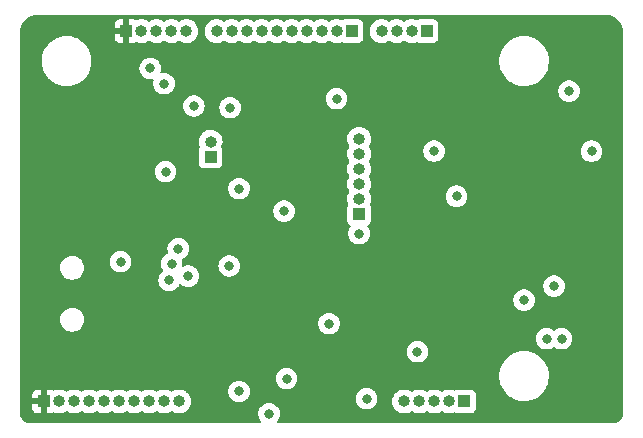
<source format=gbr>
%TF.GenerationSoftware,KiCad,Pcbnew,(6.0.0)*%
%TF.CreationDate,2022-03-07T15:46:10+00:00*%
%TF.ProjectId,ISOpowerWiFi_PCB,49534f70-6f77-4657-9257-6946695f5043,rev?*%
%TF.SameCoordinates,Original*%
%TF.FileFunction,Copper,L4,Bot*%
%TF.FilePolarity,Positive*%
%FSLAX46Y46*%
G04 Gerber Fmt 4.6, Leading zero omitted, Abs format (unit mm)*
G04 Created by KiCad (PCBNEW (6.0.0)) date 2022-03-07 15:46:10*
%MOMM*%
%LPD*%
G01*
G04 APERTURE LIST*
%TA.AperFunction,ComponentPad*%
%ADD10R,1.000000X1.000000*%
%TD*%
%TA.AperFunction,ComponentPad*%
%ADD11O,1.000000X1.000000*%
%TD*%
%TA.AperFunction,ViaPad*%
%ADD12C,0.800000*%
%TD*%
G04 APERTURE END LIST*
D10*
%TO.P,J2,1,Pin_1*%
%TO.N,23*%
X160538000Y-108359043D03*
D11*
%TO.P,J2,2,Pin_2*%
%TO.N,19*%
X159268000Y-108359043D03*
%TO.P,J2,3,Pin_3*%
%TO.N,18*%
X157998000Y-108359043D03*
%TO.P,J2,4,Pin_4*%
%TO.N,5*%
X156728000Y-108359043D03*
%TO.P,J2,5,Pin_5*%
%TO.N,4*%
X155458000Y-108359043D03*
%TD*%
D10*
%TO.P,J7,1,Pin_1*%
%TO.N,/ESP32_Daughterboard/GND*%
X131943000Y-77011543D03*
D11*
%TO.P,J7,2,Pin_2*%
%TO.N,/ESP32_Daughterboard/3V3_BUS*%
X133213000Y-77011543D03*
%TO.P,J7,3,Pin_3*%
%TO.N,/ESP32_Daughterboard/MCU_5V_BUS*%
X134483000Y-77011543D03*
%TO.P,J7,4,Pin_4*%
%TO.N,SCL*%
X135753000Y-77011543D03*
%TO.P,J7,5,Pin_5*%
%TO.N,SDA*%
X137023000Y-77011543D03*
%TD*%
D10*
%TO.P,J3,1,Pin_1*%
%TO.N,Net-(J3-Pad1)*%
X157353000Y-77011543D03*
D11*
%TO.P,J3,2,Pin_2*%
%TO.N,Net-(J3-Pad2)*%
X156083000Y-77011543D03*
%TO.P,J3,3,Pin_3*%
%TO.N,Net-(J3-Pad3)*%
X154813000Y-77011543D03*
%TO.P,J3,4,Pin_4*%
%TO.N,Net-(J3-Pad4)*%
X153543000Y-77011543D03*
%TD*%
D10*
%TO.P,J5,1,Pin_1*%
%TO.N,Net-(J5-Pad1)*%
X151003000Y-77011543D03*
D11*
%TO.P,J5,2,Pin_2*%
%TO.N,Net-(J5-Pad2)*%
X149733000Y-77011543D03*
%TO.P,J5,3,Pin_3*%
%TO.N,Net-(J5-Pad3)*%
X148463000Y-77011543D03*
%TO.P,J5,4,Pin_4*%
%TO.N,Net-(J5-Pad4)*%
X147193000Y-77011543D03*
%TO.P,J5,5,Pin_5*%
%TO.N,Net-(J5-Pad5)*%
X145923000Y-77011543D03*
%TO.P,J5,6,Pin_6*%
%TO.N,Net-(J5-Pad6)*%
X144653000Y-77011543D03*
%TO.P,J5,7,Pin_7*%
%TO.N,Net-(J5-Pad7)*%
X143383000Y-77011543D03*
%TO.P,J5,8,Pin_8*%
%TO.N,Net-(J5-Pad8)*%
X142113000Y-77011543D03*
%TO.P,J5,9,Pin_9*%
%TO.N,Net-(J5-Pad9)*%
X140843000Y-77011543D03*
%TO.P,J5,10,Pin_10*%
%TO.N,Net-(D9-Pad2)*%
X139573000Y-77011543D03*
%TD*%
D10*
%TO.P,J1,1,Pin_1*%
%TO.N,/ESP32_Daughterboard/MCU_5V_BUS*%
X139065000Y-87630000D03*
D11*
%TO.P,J1,2,Pin_2*%
%TO.N,/ESP32_Daughterboard/USB_PBUS*%
X139065000Y-86360000D03*
%TD*%
D10*
%TO.P,J4,1,Pin_1*%
%TO.N,Net-(J4-Pad1)*%
X151638000Y-92484043D03*
D11*
%TO.P,J4,2,Pin_2*%
%TO.N,Net-(J4-Pad2)*%
X151638000Y-91214043D03*
%TO.P,J4,3,Pin_3*%
%TO.N,Net-(J4-Pad3)*%
X151638000Y-89944043D03*
%TO.P,J4,4,Pin_4*%
%TO.N,Net-(J4-Pad4)*%
X151638000Y-88674043D03*
%TO.P,J4,5,Pin_5*%
%TO.N,Net-(J4-Pad5)*%
X151638000Y-87404043D03*
%TO.P,J4,6,Pin_6*%
%TO.N,Net-(J4-Pad6)*%
X151638000Y-86134043D03*
%TD*%
D10*
%TO.P,J19,1,Pin_1*%
%TO.N,/ESP32_Daughterboard/GND*%
X124968000Y-108359043D03*
D11*
%TO.P,J19,2,Pin_2*%
%TO.N,/ESP32_Daughterboard/3V3_BUS*%
X126238000Y-108359043D03*
%TO.P,J19,3,Pin_3*%
%TO.N,/ESP32_Daughterboard/MCU_5V_BUS*%
X127508000Y-108359043D03*
%TO.P,J19,4,Pin_4*%
%TO.N,/ESP32_Daughterboard/USB_PBUS*%
X128778000Y-108359043D03*
%TO.P,J19,5,Pin_5*%
%TO.N,unconnected-(J19-Pad5)*%
X130048000Y-108359043D03*
%TO.P,J19,6,Pin_6*%
%TO.N,unconnected-(J19-Pad6)*%
X131318000Y-108359043D03*
%TO.P,J19,7,Pin_7*%
%TO.N,unconnected-(J19-Pad7)*%
X132588000Y-108359043D03*
%TO.P,J19,8,Pin_8*%
%TO.N,unconnected-(J19-Pad8)*%
X133858000Y-108359043D03*
%TO.P,J19,9,Pin_9*%
%TO.N,/ESP32_Daughterboard/SSERIAL_TX*%
X135128000Y-108359043D03*
%TO.P,J19,10,Pin_10*%
%TO.N,/ESP32_Daughterboard/SSERIAL_RX*%
X136398000Y-108359043D03*
%TD*%
D12*
%TO.N,/ESP32_Daughterboard/USB ESP32 CH340 Interface /ESP_EN*%
X149733000Y-82726543D03*
X169418000Y-82091543D03*
%TO.N,4*%
X156586479Y-104145554D03*
%TO.N,Net-(J5-Pad8)*%
X157988000Y-87171543D03*
%TO.N,Net-(J5-Pad9)*%
X159893000Y-90981543D03*
%TO.N,SCL*%
X168148000Y-98601543D03*
X133962500Y-80166959D03*
%TO.N,SDA*%
X137650697Y-83344241D03*
X165608000Y-99787041D03*
%TO.N,Net-(Q19-Pad2)*%
X137177872Y-97757171D03*
X141478000Y-90346543D03*
%TO.N,/ESP32_Daughterboard/GND*%
X152638000Y-105856543D03*
X142113000Y-80821543D03*
X138937382Y-107491312D03*
X169688000Y-91886543D03*
X126365000Y-103635201D03*
X128785500Y-89069043D03*
X154178000Y-82726543D03*
X141793000Y-101224043D03*
X136398000Y-82726543D03*
X133956012Y-93378056D03*
X173058000Y-86657000D03*
X130048000Y-105586543D03*
X131318000Y-94156543D03*
X152244583Y-96953392D03*
X173058000Y-98722000D03*
%TO.N,Net-(Q20-Pad2)*%
X145288000Y-92251543D03*
X140651283Y-96888258D03*
%TO.N,/ESP32_Daughterboard/MCU_5V_BUS*%
X135128000Y-81456543D03*
X136333500Y-95426543D03*
X135255000Y-88900000D03*
%TO.N,/ESP32_Daughterboard/3V3_BUS*%
X149098000Y-101776543D03*
X141478000Y-107513543D03*
X171323000Y-87171543D03*
%TO.N,/ESP32_Daughterboard/USB_PBUS*%
X131445000Y-96520000D03*
%TO.N,/ESP32_Daughterboard/SSERIAL_RX*%
X145500477Y-106434020D03*
%TO.N,Net-(D9-Pad2)*%
X140717239Y-83487304D03*
X151638000Y-94156543D03*
%TO.N,/ESP32_Daughterboard/Logic Level Conversion/1A*%
X144018000Y-109396543D03*
X152273000Y-108126543D03*
%TO.N,/ESP32_Daughterboard/USB ESP32 CH340 Interface /TxD_B*%
X135763000Y-96696543D03*
X167513000Y-103046543D03*
%TO.N,/ESP32_Daughterboard/USB ESP32 CH340 Interface /RxD_B*%
X135553628Y-98111415D03*
X168783000Y-103046543D03*
%TD*%
%TA.AperFunction,Conductor*%
%TO.N,/ESP32_Daughterboard/GND*%
G36*
X172560995Y-75629679D02*
G01*
X172586730Y-75633686D01*
X172593727Y-75632771D01*
X172593729Y-75632771D01*
X172603569Y-75631484D01*
X172624174Y-75630953D01*
X172803771Y-75645088D01*
X172819114Y-75647518D01*
X172918117Y-75671286D01*
X173017126Y-75695056D01*
X173031892Y-75699855D01*
X173136828Y-75743321D01*
X173220029Y-75777784D01*
X173233870Y-75784837D01*
X173407492Y-75891233D01*
X173420060Y-75900364D01*
X173574903Y-76032612D01*
X173585888Y-76043597D01*
X173718136Y-76198440D01*
X173727267Y-76211008D01*
X173833663Y-76384630D01*
X173840716Y-76398471D01*
X173918644Y-76586604D01*
X173923444Y-76601374D01*
X173930317Y-76630005D01*
X173970982Y-76799386D01*
X173973412Y-76814730D01*
X173987022Y-76987663D01*
X173986149Y-77010655D01*
X173984814Y-77019230D01*
X173985729Y-77026227D01*
X173985729Y-77026228D01*
X173989164Y-77052495D01*
X173990000Y-77065332D01*
X173990000Y-109363264D01*
X173988821Y-109378495D01*
X173984814Y-109404230D01*
X173985729Y-109411228D01*
X173985729Y-109411229D01*
X173986653Y-109418294D01*
X173987012Y-109440833D01*
X173976314Y-109549454D01*
X173972528Y-109568489D01*
X173934826Y-109692775D01*
X173927399Y-109710705D01*
X173866177Y-109825244D01*
X173855396Y-109841380D01*
X173772999Y-109941782D01*
X173759282Y-109955499D01*
X173681717Y-110019154D01*
X173658880Y-110037896D01*
X173642744Y-110048677D01*
X173528205Y-110109899D01*
X173510275Y-110117326D01*
X173448132Y-110136177D01*
X173385987Y-110155028D01*
X173366955Y-110158814D01*
X173346864Y-110160793D01*
X173264755Y-110168879D01*
X173248295Y-110168417D01*
X173248294Y-110168485D01*
X173241240Y-110168399D01*
X173234270Y-110167314D01*
X173208958Y-110170624D01*
X173201005Y-110171664D01*
X173188168Y-110172500D01*
X144764189Y-110172500D01*
X144705998Y-110153593D01*
X144670034Y-110104093D01*
X144670034Y-110042907D01*
X144690618Y-110007256D01*
X144742788Y-109949316D01*
X144757040Y-109933487D01*
X144810218Y-109841380D01*
X144849933Y-109772593D01*
X144849935Y-109772588D01*
X144852527Y-109768099D01*
X144873970Y-109702105D01*
X144909940Y-109591403D01*
X144909941Y-109591398D01*
X144911542Y-109586471D01*
X144931504Y-109396543D01*
X144911542Y-109206615D01*
X144909941Y-109201688D01*
X144909940Y-109201683D01*
X144854129Y-109029918D01*
X144852527Y-109024987D01*
X144849935Y-109020498D01*
X144849933Y-109020493D01*
X144759635Y-108864094D01*
X144757040Y-108859599D01*
X144704778Y-108801556D01*
X144632723Y-108721530D01*
X144632719Y-108721526D01*
X144629253Y-108717677D01*
X144474752Y-108605425D01*
X144332245Y-108541977D01*
X144305026Y-108529858D01*
X144305022Y-108529857D01*
X144300288Y-108527749D01*
X144295218Y-108526671D01*
X144295217Y-108526671D01*
X144260083Y-108519203D01*
X144113487Y-108488043D01*
X143922513Y-108488043D01*
X143775917Y-108519203D01*
X143740783Y-108526671D01*
X143740782Y-108526671D01*
X143735712Y-108527749D01*
X143730978Y-108529857D01*
X143730974Y-108529858D01*
X143703755Y-108541977D01*
X143561248Y-108605425D01*
X143406747Y-108717677D01*
X143403281Y-108721526D01*
X143403277Y-108721530D01*
X143331222Y-108801556D01*
X143278960Y-108859599D01*
X143276365Y-108864094D01*
X143186067Y-109020493D01*
X143186065Y-109020498D01*
X143183473Y-109024987D01*
X143181871Y-109029918D01*
X143126060Y-109201683D01*
X143126059Y-109201688D01*
X143124458Y-109206615D01*
X143104496Y-109396543D01*
X143124458Y-109586471D01*
X143126059Y-109591398D01*
X143126060Y-109591403D01*
X143162030Y-109702105D01*
X143183473Y-109768099D01*
X143186065Y-109772588D01*
X143186067Y-109772593D01*
X143225782Y-109841380D01*
X143278960Y-109933487D01*
X143293213Y-109949316D01*
X143345382Y-110007256D01*
X143370269Y-110063152D01*
X143357548Y-110123000D01*
X143312078Y-110163941D01*
X143271811Y-110172500D01*
X123745236Y-110172500D01*
X123730005Y-110171321D01*
X123722240Y-110170112D01*
X123704270Y-110167314D01*
X123697272Y-110168229D01*
X123697271Y-110168229D01*
X123690206Y-110169153D01*
X123667667Y-110169512D01*
X123615572Y-110164381D01*
X123559045Y-110158814D01*
X123540013Y-110155028D01*
X123477868Y-110136177D01*
X123415725Y-110117326D01*
X123397795Y-110109899D01*
X123283256Y-110048677D01*
X123267120Y-110037896D01*
X123244283Y-110019154D01*
X123166718Y-109955499D01*
X123153001Y-109941782D01*
X123070604Y-109841380D01*
X123059823Y-109825244D01*
X122998601Y-109710705D01*
X122991174Y-109692775D01*
X122953472Y-109568489D01*
X122949686Y-109549454D01*
X122939621Y-109447255D01*
X122940083Y-109430795D01*
X122940015Y-109430794D01*
X122940101Y-109423740D01*
X122941186Y-109416770D01*
X122936836Y-109383505D01*
X122936000Y-109370668D01*
X122936000Y-108904454D01*
X123960001Y-108904454D01*
X123960290Y-108909794D01*
X123966078Y-108963078D01*
X123968927Y-108975063D01*
X124015351Y-109098898D01*
X124022059Y-109111151D01*
X124100863Y-109216299D01*
X124110744Y-109226180D01*
X124215892Y-109304984D01*
X124228145Y-109311692D01*
X124351978Y-109358115D01*
X124363967Y-109360966D01*
X124417252Y-109366754D01*
X124422586Y-109367043D01*
X124698320Y-109367043D01*
X124711005Y-109362921D01*
X124714000Y-109358800D01*
X124714000Y-109351362D01*
X125222000Y-109351362D01*
X125226122Y-109364047D01*
X125230243Y-109367042D01*
X125513411Y-109367042D01*
X125518751Y-109366753D01*
X125572035Y-109360965D01*
X125584020Y-109358116D01*
X125707857Y-109311691D01*
X125720106Y-109304985D01*
X125730300Y-109297345D01*
X125788204Y-109277577D01*
X125828885Y-109285762D01*
X125832294Y-109287667D01*
X125875361Y-109301660D01*
X126015792Y-109347289D01*
X126015798Y-109347290D01*
X126020392Y-109348783D01*
X126025188Y-109349355D01*
X126025193Y-109349356D01*
X126122551Y-109360965D01*
X126216777Y-109372201D01*
X126221599Y-109371830D01*
X126221602Y-109371830D01*
X126409143Y-109357399D01*
X126409147Y-109357398D01*
X126413972Y-109357027D01*
X126418632Y-109355726D01*
X126418637Y-109355725D01*
X126521469Y-109327013D01*
X126604463Y-109303841D01*
X126608776Y-109301662D01*
X126608782Y-109301660D01*
X126776678Y-109216849D01*
X126780996Y-109214668D01*
X126791304Y-109206615D01*
X126809764Y-109192192D01*
X126867259Y-109171265D01*
X126926862Y-109188806D01*
X126929650Y-109191179D01*
X127102294Y-109287667D01*
X127145361Y-109301660D01*
X127285792Y-109347289D01*
X127285798Y-109347290D01*
X127290392Y-109348783D01*
X127295188Y-109349355D01*
X127295193Y-109349356D01*
X127392551Y-109360965D01*
X127486777Y-109372201D01*
X127491599Y-109371830D01*
X127491602Y-109371830D01*
X127679143Y-109357399D01*
X127679147Y-109357398D01*
X127683972Y-109357027D01*
X127688632Y-109355726D01*
X127688637Y-109355725D01*
X127791469Y-109327013D01*
X127874463Y-109303841D01*
X127878776Y-109301662D01*
X127878782Y-109301660D01*
X128046678Y-109216849D01*
X128050996Y-109214668D01*
X128061304Y-109206615D01*
X128079764Y-109192192D01*
X128137259Y-109171265D01*
X128196862Y-109188806D01*
X128199650Y-109191179D01*
X128372294Y-109287667D01*
X128415361Y-109301660D01*
X128555792Y-109347289D01*
X128555798Y-109347290D01*
X128560392Y-109348783D01*
X128565188Y-109349355D01*
X128565193Y-109349356D01*
X128662551Y-109360965D01*
X128756777Y-109372201D01*
X128761599Y-109371830D01*
X128761602Y-109371830D01*
X128949143Y-109357399D01*
X128949147Y-109357398D01*
X128953972Y-109357027D01*
X128958632Y-109355726D01*
X128958637Y-109355725D01*
X129061469Y-109327013D01*
X129144463Y-109303841D01*
X129148776Y-109301662D01*
X129148782Y-109301660D01*
X129316678Y-109216849D01*
X129320996Y-109214668D01*
X129331304Y-109206615D01*
X129349764Y-109192192D01*
X129407259Y-109171265D01*
X129466862Y-109188806D01*
X129469650Y-109191179D01*
X129642294Y-109287667D01*
X129685361Y-109301660D01*
X129825792Y-109347289D01*
X129825798Y-109347290D01*
X129830392Y-109348783D01*
X129835188Y-109349355D01*
X129835193Y-109349356D01*
X129932551Y-109360965D01*
X130026777Y-109372201D01*
X130031599Y-109371830D01*
X130031602Y-109371830D01*
X130219143Y-109357399D01*
X130219147Y-109357398D01*
X130223972Y-109357027D01*
X130228632Y-109355726D01*
X130228637Y-109355725D01*
X130331469Y-109327013D01*
X130414463Y-109303841D01*
X130418776Y-109301662D01*
X130418782Y-109301660D01*
X130586678Y-109216849D01*
X130590996Y-109214668D01*
X130601304Y-109206615D01*
X130619764Y-109192192D01*
X130677259Y-109171265D01*
X130736862Y-109188806D01*
X130739650Y-109191179D01*
X130912294Y-109287667D01*
X130955361Y-109301660D01*
X131095792Y-109347289D01*
X131095798Y-109347290D01*
X131100392Y-109348783D01*
X131105188Y-109349355D01*
X131105193Y-109349356D01*
X131202551Y-109360965D01*
X131296777Y-109372201D01*
X131301599Y-109371830D01*
X131301602Y-109371830D01*
X131489143Y-109357399D01*
X131489147Y-109357398D01*
X131493972Y-109357027D01*
X131498632Y-109355726D01*
X131498637Y-109355725D01*
X131601469Y-109327013D01*
X131684463Y-109303841D01*
X131688776Y-109301662D01*
X131688782Y-109301660D01*
X131856678Y-109216849D01*
X131860996Y-109214668D01*
X131871304Y-109206615D01*
X131889764Y-109192192D01*
X131947259Y-109171265D01*
X132006862Y-109188806D01*
X132009650Y-109191179D01*
X132182294Y-109287667D01*
X132225361Y-109301660D01*
X132365792Y-109347289D01*
X132365798Y-109347290D01*
X132370392Y-109348783D01*
X132375188Y-109349355D01*
X132375193Y-109349356D01*
X132472551Y-109360965D01*
X132566777Y-109372201D01*
X132571599Y-109371830D01*
X132571602Y-109371830D01*
X132759143Y-109357399D01*
X132759147Y-109357398D01*
X132763972Y-109357027D01*
X132768632Y-109355726D01*
X132768637Y-109355725D01*
X132871469Y-109327013D01*
X132954463Y-109303841D01*
X132958776Y-109301662D01*
X132958782Y-109301660D01*
X133126678Y-109216849D01*
X133130996Y-109214668D01*
X133141304Y-109206615D01*
X133159764Y-109192192D01*
X133217259Y-109171265D01*
X133276862Y-109188806D01*
X133279650Y-109191179D01*
X133452294Y-109287667D01*
X133495361Y-109301660D01*
X133635792Y-109347289D01*
X133635798Y-109347290D01*
X133640392Y-109348783D01*
X133645188Y-109349355D01*
X133645193Y-109349356D01*
X133742551Y-109360965D01*
X133836777Y-109372201D01*
X133841599Y-109371830D01*
X133841602Y-109371830D01*
X134029143Y-109357399D01*
X134029147Y-109357398D01*
X134033972Y-109357027D01*
X134038632Y-109355726D01*
X134038637Y-109355725D01*
X134141469Y-109327013D01*
X134224463Y-109303841D01*
X134228776Y-109301662D01*
X134228782Y-109301660D01*
X134396678Y-109216849D01*
X134400996Y-109214668D01*
X134411304Y-109206615D01*
X134429764Y-109192192D01*
X134487259Y-109171265D01*
X134546862Y-109188806D01*
X134549650Y-109191179D01*
X134722294Y-109287667D01*
X134765361Y-109301660D01*
X134905792Y-109347289D01*
X134905798Y-109347290D01*
X134910392Y-109348783D01*
X134915188Y-109349355D01*
X134915193Y-109349356D01*
X135012551Y-109360965D01*
X135106777Y-109372201D01*
X135111599Y-109371830D01*
X135111602Y-109371830D01*
X135299143Y-109357399D01*
X135299147Y-109357398D01*
X135303972Y-109357027D01*
X135308632Y-109355726D01*
X135308637Y-109355725D01*
X135411469Y-109327013D01*
X135494463Y-109303841D01*
X135498776Y-109301662D01*
X135498782Y-109301660D01*
X135666678Y-109216849D01*
X135670996Y-109214668D01*
X135681304Y-109206615D01*
X135699764Y-109192192D01*
X135757259Y-109171265D01*
X135816862Y-109188806D01*
X135819650Y-109191179D01*
X135992294Y-109287667D01*
X136035361Y-109301660D01*
X136175792Y-109347289D01*
X136175798Y-109347290D01*
X136180392Y-109348783D01*
X136185188Y-109349355D01*
X136185193Y-109349356D01*
X136282551Y-109360965D01*
X136376777Y-109372201D01*
X136381599Y-109371830D01*
X136381602Y-109371830D01*
X136569143Y-109357399D01*
X136569147Y-109357398D01*
X136573972Y-109357027D01*
X136578632Y-109355726D01*
X136578637Y-109355725D01*
X136681469Y-109327013D01*
X136764463Y-109303841D01*
X136768776Y-109301662D01*
X136768782Y-109301660D01*
X136936678Y-109216849D01*
X136940996Y-109214668D01*
X136944813Y-109211686D01*
X137093032Y-109095885D01*
X137093034Y-109095883D01*
X137096847Y-109092904D01*
X137226078Y-108943188D01*
X137239383Y-108919768D01*
X137321381Y-108775426D01*
X137321382Y-108775424D01*
X137323769Y-108771222D01*
X137386197Y-108583556D01*
X137392059Y-108537158D01*
X137410637Y-108390091D01*
X137410985Y-108387338D01*
X137411380Y-108359043D01*
X137410466Y-108349714D01*
X137400678Y-108249896D01*
X137392080Y-108162210D01*
X137334916Y-107972874D01*
X137242066Y-107798247D01*
X137117065Y-107644981D01*
X137085583Y-107618937D01*
X136968402Y-107521996D01*
X136968400Y-107521995D01*
X136964675Y-107518913D01*
X136954743Y-107513543D01*
X140564496Y-107513543D01*
X140584458Y-107703471D01*
X140586059Y-107708398D01*
X140586060Y-107708403D01*
X140618503Y-107808250D01*
X140643473Y-107885099D01*
X140646065Y-107889588D01*
X140646067Y-107889593D01*
X140691683Y-107968601D01*
X140738960Y-108050487D01*
X140742432Y-108054343D01*
X140863277Y-108188556D01*
X140863281Y-108188560D01*
X140866747Y-108192409D01*
X141021248Y-108304661D01*
X141111613Y-108344894D01*
X141190974Y-108380228D01*
X141190978Y-108380229D01*
X141195712Y-108382337D01*
X141200782Y-108383415D01*
X141200783Y-108383415D01*
X141232191Y-108390091D01*
X141382513Y-108422043D01*
X141573487Y-108422043D01*
X141723809Y-108390091D01*
X141755217Y-108383415D01*
X141755218Y-108383415D01*
X141760288Y-108382337D01*
X141765022Y-108380229D01*
X141765026Y-108380228D01*
X141844387Y-108344894D01*
X141934752Y-108304661D01*
X142089253Y-108192409D01*
X142092719Y-108188560D01*
X142092723Y-108188556D01*
X142148559Y-108126543D01*
X151359496Y-108126543D01*
X151379458Y-108316471D01*
X151381059Y-108321398D01*
X151381060Y-108321403D01*
X151401583Y-108384564D01*
X151438473Y-108498099D01*
X151441065Y-108502588D01*
X151441067Y-108502593D01*
X151487812Y-108583556D01*
X151533960Y-108663487D01*
X151537432Y-108667343D01*
X151658277Y-108801556D01*
X151658281Y-108801560D01*
X151661747Y-108805409D01*
X151816248Y-108917661D01*
X151881808Y-108946850D01*
X151985974Y-108993228D01*
X151985978Y-108993229D01*
X151990712Y-108995337D01*
X151995782Y-108996415D01*
X151995783Y-108996415D01*
X152030917Y-109003883D01*
X152177513Y-109035043D01*
X152368487Y-109035043D01*
X152515083Y-109003883D01*
X152550217Y-108996415D01*
X152550218Y-108996415D01*
X152555288Y-108995337D01*
X152560022Y-108993229D01*
X152560026Y-108993228D01*
X152664192Y-108946850D01*
X152729752Y-108917661D01*
X152884253Y-108805409D01*
X152887719Y-108801560D01*
X152887723Y-108801556D01*
X153008568Y-108667343D01*
X153012040Y-108663487D01*
X153058188Y-108583556D01*
X153104933Y-108502593D01*
X153104935Y-108502588D01*
X153107527Y-108498099D01*
X153144417Y-108384564D01*
X153157307Y-108344894D01*
X154444719Y-108344894D01*
X154445907Y-108359043D01*
X154459983Y-108526671D01*
X154461268Y-108541977D01*
X154462601Y-108546625D01*
X154462601Y-108546626D01*
X154496111Y-108663487D01*
X154515783Y-108732093D01*
X154606187Y-108907999D01*
X154609194Y-108911793D01*
X154613845Y-108917661D01*
X154729035Y-109062996D01*
X154732722Y-109066134D01*
X154732724Y-109066136D01*
X154875962Y-109188041D01*
X154875967Y-109188044D01*
X154879650Y-109191179D01*
X154883873Y-109193539D01*
X154883877Y-109193542D01*
X155000747Y-109258858D01*
X155052294Y-109287667D01*
X155095361Y-109301660D01*
X155235792Y-109347289D01*
X155235798Y-109347290D01*
X155240392Y-109348783D01*
X155245188Y-109349355D01*
X155245193Y-109349356D01*
X155342551Y-109360965D01*
X155436777Y-109372201D01*
X155441599Y-109371830D01*
X155441602Y-109371830D01*
X155629143Y-109357399D01*
X155629147Y-109357398D01*
X155633972Y-109357027D01*
X155638632Y-109355726D01*
X155638637Y-109355725D01*
X155741468Y-109327013D01*
X155824463Y-109303841D01*
X155828776Y-109301662D01*
X155828782Y-109301660D01*
X155996678Y-109216849D01*
X156000996Y-109214668D01*
X156011304Y-109206615D01*
X156029764Y-109192192D01*
X156087259Y-109171265D01*
X156146862Y-109188806D01*
X156149650Y-109191179D01*
X156322294Y-109287667D01*
X156365361Y-109301660D01*
X156505792Y-109347289D01*
X156505798Y-109347290D01*
X156510392Y-109348783D01*
X156515188Y-109349355D01*
X156515193Y-109349356D01*
X156612551Y-109360965D01*
X156706777Y-109372201D01*
X156711599Y-109371830D01*
X156711602Y-109371830D01*
X156899143Y-109357399D01*
X156899147Y-109357398D01*
X156903972Y-109357027D01*
X156908632Y-109355726D01*
X156908637Y-109355725D01*
X157011468Y-109327013D01*
X157094463Y-109303841D01*
X157098776Y-109301662D01*
X157098782Y-109301660D01*
X157266678Y-109216849D01*
X157270996Y-109214668D01*
X157281304Y-109206615D01*
X157299764Y-109192192D01*
X157357259Y-109171265D01*
X157416862Y-109188806D01*
X157419650Y-109191179D01*
X157592294Y-109287667D01*
X157635361Y-109301660D01*
X157775792Y-109347289D01*
X157775798Y-109347290D01*
X157780392Y-109348783D01*
X157785188Y-109349355D01*
X157785193Y-109349356D01*
X157882551Y-109360965D01*
X157976777Y-109372201D01*
X157981599Y-109371830D01*
X157981602Y-109371830D01*
X158169143Y-109357399D01*
X158169147Y-109357398D01*
X158173972Y-109357027D01*
X158178632Y-109355726D01*
X158178637Y-109355725D01*
X158281468Y-109327013D01*
X158364463Y-109303841D01*
X158368776Y-109301662D01*
X158368782Y-109301660D01*
X158536678Y-109216849D01*
X158540996Y-109214668D01*
X158551304Y-109206615D01*
X158569764Y-109192192D01*
X158627259Y-109171265D01*
X158686862Y-109188806D01*
X158689650Y-109191179D01*
X158862294Y-109287667D01*
X158905361Y-109301660D01*
X159045792Y-109347289D01*
X159045798Y-109347290D01*
X159050392Y-109348783D01*
X159055188Y-109349355D01*
X159055193Y-109349356D01*
X159152551Y-109360965D01*
X159246777Y-109372201D01*
X159251599Y-109371830D01*
X159251602Y-109371830D01*
X159439143Y-109357399D01*
X159439147Y-109357398D01*
X159443972Y-109357027D01*
X159448632Y-109355726D01*
X159448637Y-109355725D01*
X159551468Y-109327013D01*
X159634463Y-109303841D01*
X159650564Y-109295708D01*
X159668671Y-109286561D01*
X159729136Y-109277200D01*
X159772681Y-109295708D01*
X159791295Y-109309658D01*
X159927684Y-109360788D01*
X159933856Y-109361458D01*
X159933858Y-109361459D01*
X159969837Y-109365367D01*
X159989866Y-109367543D01*
X161086134Y-109367543D01*
X161106163Y-109365367D01*
X161142142Y-109361459D01*
X161142144Y-109361458D01*
X161148316Y-109360788D01*
X161187100Y-109346249D01*
X161278106Y-109312132D01*
X161278107Y-109312132D01*
X161284705Y-109309658D01*
X161401261Y-109222304D01*
X161488615Y-109105748D01*
X161492313Y-109095885D01*
X161537565Y-108975174D01*
X161539745Y-108969359D01*
X161540428Y-108963078D01*
X161545692Y-108914616D01*
X161546500Y-108907177D01*
X161546500Y-107810909D01*
X161539745Y-107748727D01*
X161508611Y-107665676D01*
X161491089Y-107618937D01*
X161491089Y-107618936D01*
X161488615Y-107612338D01*
X161401261Y-107495782D01*
X161284705Y-107408428D01*
X161278101Y-107405952D01*
X161173460Y-107366724D01*
X161148316Y-107357298D01*
X161142144Y-107356628D01*
X161142142Y-107356627D01*
X161106163Y-107352719D01*
X161086134Y-107350543D01*
X159989866Y-107350543D01*
X159969837Y-107352719D01*
X159933858Y-107356627D01*
X159933856Y-107356628D01*
X159927684Y-107357298D01*
X159791295Y-107408428D01*
X159785651Y-107412658D01*
X159774551Y-107420977D01*
X159716647Y-107440745D01*
X159668095Y-107428843D01*
X159664953Y-107427144D01*
X159664952Y-107427144D01*
X159660701Y-107424845D01*
X159599667Y-107405952D01*
X159476389Y-107367791D01*
X159476385Y-107367790D01*
X159471768Y-107366361D01*
X159466960Y-107365856D01*
X159466957Y-107365855D01*
X159279891Y-107346194D01*
X159279889Y-107346194D01*
X159275075Y-107345688D01*
X159213058Y-107351332D01*
X159082933Y-107363174D01*
X159082930Y-107363174D01*
X159078112Y-107363613D01*
X158983246Y-107391533D01*
X158893028Y-107418085D01*
X158893025Y-107418086D01*
X158888381Y-107419453D01*
X158884092Y-107421695D01*
X158884090Y-107421696D01*
X158717398Y-107508841D01*
X158717396Y-107508842D01*
X158713110Y-107511083D01*
X158699537Y-107521996D01*
X158695960Y-107524872D01*
X158638763Y-107546599D01*
X158579718Y-107530556D01*
X158570824Y-107523999D01*
X158568407Y-107522000D01*
X158568405Y-107521998D01*
X158564675Y-107518913D01*
X158420059Y-107440719D01*
X158394955Y-107427145D01*
X158394954Y-107427144D01*
X158390701Y-107424845D01*
X158329667Y-107405952D01*
X158206389Y-107367791D01*
X158206385Y-107367790D01*
X158201768Y-107366361D01*
X158196960Y-107365856D01*
X158196957Y-107365855D01*
X158009891Y-107346194D01*
X158009889Y-107346194D01*
X158005075Y-107345688D01*
X157943058Y-107351332D01*
X157812933Y-107363174D01*
X157812930Y-107363174D01*
X157808112Y-107363613D01*
X157713246Y-107391533D01*
X157623028Y-107418085D01*
X157623025Y-107418086D01*
X157618381Y-107419453D01*
X157614092Y-107421695D01*
X157614090Y-107421696D01*
X157447398Y-107508841D01*
X157447396Y-107508842D01*
X157443110Y-107511083D01*
X157429537Y-107521996D01*
X157425960Y-107524872D01*
X157368763Y-107546599D01*
X157309718Y-107530556D01*
X157300824Y-107523999D01*
X157298407Y-107522000D01*
X157298405Y-107521998D01*
X157294675Y-107518913D01*
X157150059Y-107440719D01*
X157124955Y-107427145D01*
X157124954Y-107427144D01*
X157120701Y-107424845D01*
X157059667Y-107405952D01*
X156936389Y-107367791D01*
X156936385Y-107367790D01*
X156931768Y-107366361D01*
X156926960Y-107365856D01*
X156926957Y-107365855D01*
X156739891Y-107346194D01*
X156739889Y-107346194D01*
X156735075Y-107345688D01*
X156673058Y-107351332D01*
X156542933Y-107363174D01*
X156542930Y-107363174D01*
X156538112Y-107363613D01*
X156443246Y-107391533D01*
X156353028Y-107418085D01*
X156353025Y-107418086D01*
X156348381Y-107419453D01*
X156344092Y-107421695D01*
X156344090Y-107421696D01*
X156177398Y-107508841D01*
X156177396Y-107508842D01*
X156173110Y-107511083D01*
X156159537Y-107521996D01*
X156155960Y-107524872D01*
X156098763Y-107546599D01*
X156039718Y-107530556D01*
X156030824Y-107523999D01*
X156028407Y-107522000D01*
X156028405Y-107521998D01*
X156024675Y-107518913D01*
X155880059Y-107440719D01*
X155854955Y-107427145D01*
X155854954Y-107427144D01*
X155850701Y-107424845D01*
X155789667Y-107405952D01*
X155666389Y-107367791D01*
X155666385Y-107367790D01*
X155661768Y-107366361D01*
X155656960Y-107365856D01*
X155656957Y-107365855D01*
X155469891Y-107346194D01*
X155469889Y-107346194D01*
X155465075Y-107345688D01*
X155403058Y-107351332D01*
X155272933Y-107363174D01*
X155272930Y-107363174D01*
X155268112Y-107363613D01*
X155173246Y-107391533D01*
X155083028Y-107418085D01*
X155083025Y-107418086D01*
X155078381Y-107419453D01*
X155074092Y-107421695D01*
X155074090Y-107421696D01*
X154907398Y-107508841D01*
X154907396Y-107508842D01*
X154903110Y-107511083D01*
X154748975Y-107635011D01*
X154745866Y-107638716D01*
X154745863Y-107638719D01*
X154723244Y-107665676D01*
X154621846Y-107786517D01*
X154619514Y-107790760D01*
X154619512Y-107790762D01*
X154580517Y-107861695D01*
X154526567Y-107959830D01*
X154466765Y-108148349D01*
X154466225Y-108153161D01*
X154466225Y-108153162D01*
X154446398Y-108329928D01*
X154444719Y-108344894D01*
X153157307Y-108344894D01*
X153164940Y-108321403D01*
X153164941Y-108321398D01*
X153166542Y-108316471D01*
X153186504Y-108126543D01*
X153166542Y-107936615D01*
X153164941Y-107931688D01*
X153164940Y-107931683D01*
X153109129Y-107759918D01*
X153107527Y-107754987D01*
X153104935Y-107750498D01*
X153104933Y-107750493D01*
X153014635Y-107594094D01*
X153012040Y-107589599D01*
X152948394Y-107518913D01*
X152887723Y-107451530D01*
X152887719Y-107451526D01*
X152884253Y-107447677D01*
X152729752Y-107335425D01*
X152627277Y-107289801D01*
X152560026Y-107259858D01*
X152560022Y-107259857D01*
X152555288Y-107257749D01*
X152550218Y-107256671D01*
X152550217Y-107256671D01*
X152515083Y-107249203D01*
X152368487Y-107218043D01*
X152177513Y-107218043D01*
X152030917Y-107249203D01*
X151995783Y-107256671D01*
X151995782Y-107256671D01*
X151990712Y-107257749D01*
X151985978Y-107259857D01*
X151985974Y-107259858D01*
X151918723Y-107289801D01*
X151816248Y-107335425D01*
X151661747Y-107447677D01*
X151658281Y-107451526D01*
X151658277Y-107451530D01*
X151597606Y-107518913D01*
X151533960Y-107589599D01*
X151531365Y-107594094D01*
X151441067Y-107750493D01*
X151441065Y-107750498D01*
X151438473Y-107754987D01*
X151436871Y-107759918D01*
X151381060Y-107931683D01*
X151381059Y-107931688D01*
X151379458Y-107936615D01*
X151359496Y-108126543D01*
X142148559Y-108126543D01*
X142213568Y-108054343D01*
X142217040Y-108050487D01*
X142264317Y-107968601D01*
X142309933Y-107889593D01*
X142309935Y-107889588D01*
X142312527Y-107885099D01*
X142337497Y-107808250D01*
X142369940Y-107708403D01*
X142369941Y-107708398D01*
X142371542Y-107703471D01*
X142391504Y-107513543D01*
X142371542Y-107323615D01*
X142369941Y-107318688D01*
X142369940Y-107318683D01*
X142314129Y-107146918D01*
X142312527Y-107141987D01*
X142309935Y-107137498D01*
X142309933Y-107137493D01*
X142219635Y-106981094D01*
X142217040Y-106976599D01*
X142160066Y-106913323D01*
X142092723Y-106838530D01*
X142092719Y-106838526D01*
X142089253Y-106834677D01*
X141934752Y-106722425D01*
X141832277Y-106676801D01*
X141765026Y-106646858D01*
X141765022Y-106646857D01*
X141760288Y-106644749D01*
X141755218Y-106643671D01*
X141755217Y-106643671D01*
X141718779Y-106635926D01*
X141573487Y-106605043D01*
X141382513Y-106605043D01*
X141237221Y-106635926D01*
X141200783Y-106643671D01*
X141200782Y-106643671D01*
X141195712Y-106644749D01*
X141190978Y-106646857D01*
X141190974Y-106646858D01*
X141123723Y-106676801D01*
X141021248Y-106722425D01*
X140866747Y-106834677D01*
X140863281Y-106838526D01*
X140863277Y-106838530D01*
X140795934Y-106913323D01*
X140738960Y-106976599D01*
X140736365Y-106981094D01*
X140646067Y-107137493D01*
X140646065Y-107137498D01*
X140643473Y-107141987D01*
X140641871Y-107146918D01*
X140586060Y-107318683D01*
X140586059Y-107318688D01*
X140584458Y-107323615D01*
X140564496Y-107513543D01*
X136954743Y-107513543D01*
X136820059Y-107440719D01*
X136794955Y-107427145D01*
X136794954Y-107427144D01*
X136790701Y-107424845D01*
X136729667Y-107405952D01*
X136606389Y-107367791D01*
X136606385Y-107367790D01*
X136601768Y-107366361D01*
X136596960Y-107365856D01*
X136596957Y-107365855D01*
X136409891Y-107346194D01*
X136409889Y-107346194D01*
X136405075Y-107345688D01*
X136343058Y-107351332D01*
X136212933Y-107363174D01*
X136212930Y-107363174D01*
X136208112Y-107363613D01*
X136113246Y-107391533D01*
X136023028Y-107418085D01*
X136023025Y-107418086D01*
X136018381Y-107419453D01*
X136014092Y-107421695D01*
X136014090Y-107421696D01*
X135847398Y-107508841D01*
X135847396Y-107508842D01*
X135843110Y-107511083D01*
X135829537Y-107521996D01*
X135825960Y-107524872D01*
X135768763Y-107546599D01*
X135709718Y-107530556D01*
X135700824Y-107523999D01*
X135698407Y-107522000D01*
X135698405Y-107521998D01*
X135694675Y-107518913D01*
X135550059Y-107440719D01*
X135524955Y-107427145D01*
X135524954Y-107427144D01*
X135520701Y-107424845D01*
X135459667Y-107405952D01*
X135336389Y-107367791D01*
X135336385Y-107367790D01*
X135331768Y-107366361D01*
X135326960Y-107365856D01*
X135326957Y-107365855D01*
X135139891Y-107346194D01*
X135139889Y-107346194D01*
X135135075Y-107345688D01*
X135073058Y-107351332D01*
X134942933Y-107363174D01*
X134942930Y-107363174D01*
X134938112Y-107363613D01*
X134843246Y-107391533D01*
X134753028Y-107418085D01*
X134753025Y-107418086D01*
X134748381Y-107419453D01*
X134744092Y-107421695D01*
X134744090Y-107421696D01*
X134577398Y-107508841D01*
X134577396Y-107508842D01*
X134573110Y-107511083D01*
X134559537Y-107521996D01*
X134555960Y-107524872D01*
X134498763Y-107546599D01*
X134439718Y-107530556D01*
X134430824Y-107523999D01*
X134428407Y-107522000D01*
X134428405Y-107521998D01*
X134424675Y-107518913D01*
X134280059Y-107440719D01*
X134254955Y-107427145D01*
X134254954Y-107427144D01*
X134250701Y-107424845D01*
X134189667Y-107405952D01*
X134066389Y-107367791D01*
X134066385Y-107367790D01*
X134061768Y-107366361D01*
X134056960Y-107365856D01*
X134056957Y-107365855D01*
X133869891Y-107346194D01*
X133869889Y-107346194D01*
X133865075Y-107345688D01*
X133803058Y-107351332D01*
X133672933Y-107363174D01*
X133672930Y-107363174D01*
X133668112Y-107363613D01*
X133573246Y-107391533D01*
X133483028Y-107418085D01*
X133483025Y-107418086D01*
X133478381Y-107419453D01*
X133474092Y-107421695D01*
X133474090Y-107421696D01*
X133307398Y-107508841D01*
X133307396Y-107508842D01*
X133303110Y-107511083D01*
X133289537Y-107521996D01*
X133285960Y-107524872D01*
X133228763Y-107546599D01*
X133169718Y-107530556D01*
X133160824Y-107523999D01*
X133158407Y-107522000D01*
X133158405Y-107521998D01*
X133154675Y-107518913D01*
X133010059Y-107440719D01*
X132984955Y-107427145D01*
X132984954Y-107427144D01*
X132980701Y-107424845D01*
X132919667Y-107405952D01*
X132796389Y-107367791D01*
X132796385Y-107367790D01*
X132791768Y-107366361D01*
X132786960Y-107365856D01*
X132786957Y-107365855D01*
X132599891Y-107346194D01*
X132599889Y-107346194D01*
X132595075Y-107345688D01*
X132533058Y-107351332D01*
X132402933Y-107363174D01*
X132402930Y-107363174D01*
X132398112Y-107363613D01*
X132303246Y-107391533D01*
X132213028Y-107418085D01*
X132213025Y-107418086D01*
X132208381Y-107419453D01*
X132204092Y-107421695D01*
X132204090Y-107421696D01*
X132037398Y-107508841D01*
X132037396Y-107508842D01*
X132033110Y-107511083D01*
X132019537Y-107521996D01*
X132015960Y-107524872D01*
X131958763Y-107546599D01*
X131899718Y-107530556D01*
X131890824Y-107523999D01*
X131888407Y-107522000D01*
X131888405Y-107521998D01*
X131884675Y-107518913D01*
X131740059Y-107440719D01*
X131714955Y-107427145D01*
X131714954Y-107427144D01*
X131710701Y-107424845D01*
X131649667Y-107405952D01*
X131526389Y-107367791D01*
X131526385Y-107367790D01*
X131521768Y-107366361D01*
X131516960Y-107365856D01*
X131516957Y-107365855D01*
X131329891Y-107346194D01*
X131329889Y-107346194D01*
X131325075Y-107345688D01*
X131263058Y-107351332D01*
X131132933Y-107363174D01*
X131132930Y-107363174D01*
X131128112Y-107363613D01*
X131033246Y-107391533D01*
X130943028Y-107418085D01*
X130943025Y-107418086D01*
X130938381Y-107419453D01*
X130934092Y-107421695D01*
X130934090Y-107421696D01*
X130767398Y-107508841D01*
X130767396Y-107508842D01*
X130763110Y-107511083D01*
X130749537Y-107521996D01*
X130745960Y-107524872D01*
X130688763Y-107546599D01*
X130629718Y-107530556D01*
X130620824Y-107523999D01*
X130618407Y-107522000D01*
X130618405Y-107521998D01*
X130614675Y-107518913D01*
X130470059Y-107440719D01*
X130444955Y-107427145D01*
X130444954Y-107427144D01*
X130440701Y-107424845D01*
X130379667Y-107405952D01*
X130256389Y-107367791D01*
X130256385Y-107367790D01*
X130251768Y-107366361D01*
X130246960Y-107365856D01*
X130246957Y-107365855D01*
X130059891Y-107346194D01*
X130059889Y-107346194D01*
X130055075Y-107345688D01*
X129993058Y-107351332D01*
X129862933Y-107363174D01*
X129862930Y-107363174D01*
X129858112Y-107363613D01*
X129763246Y-107391533D01*
X129673028Y-107418085D01*
X129673025Y-107418086D01*
X129668381Y-107419453D01*
X129664092Y-107421695D01*
X129664090Y-107421696D01*
X129497398Y-107508841D01*
X129497396Y-107508842D01*
X129493110Y-107511083D01*
X129479537Y-107521996D01*
X129475960Y-107524872D01*
X129418763Y-107546599D01*
X129359718Y-107530556D01*
X129350824Y-107523999D01*
X129348407Y-107522000D01*
X129348405Y-107521998D01*
X129344675Y-107518913D01*
X129200059Y-107440719D01*
X129174955Y-107427145D01*
X129174954Y-107427144D01*
X129170701Y-107424845D01*
X129109667Y-107405952D01*
X128986389Y-107367791D01*
X128986385Y-107367790D01*
X128981768Y-107366361D01*
X128976960Y-107365856D01*
X128976957Y-107365855D01*
X128789891Y-107346194D01*
X128789889Y-107346194D01*
X128785075Y-107345688D01*
X128723058Y-107351332D01*
X128592933Y-107363174D01*
X128592930Y-107363174D01*
X128588112Y-107363613D01*
X128493246Y-107391533D01*
X128403028Y-107418085D01*
X128403025Y-107418086D01*
X128398381Y-107419453D01*
X128394092Y-107421695D01*
X128394090Y-107421696D01*
X128227398Y-107508841D01*
X128227396Y-107508842D01*
X128223110Y-107511083D01*
X128209537Y-107521996D01*
X128205960Y-107524872D01*
X128148763Y-107546599D01*
X128089718Y-107530556D01*
X128080824Y-107523999D01*
X128078407Y-107522000D01*
X128078405Y-107521998D01*
X128074675Y-107518913D01*
X127930059Y-107440719D01*
X127904955Y-107427145D01*
X127904954Y-107427144D01*
X127900701Y-107424845D01*
X127839667Y-107405952D01*
X127716389Y-107367791D01*
X127716385Y-107367790D01*
X127711768Y-107366361D01*
X127706960Y-107365856D01*
X127706957Y-107365855D01*
X127519891Y-107346194D01*
X127519889Y-107346194D01*
X127515075Y-107345688D01*
X127453058Y-107351332D01*
X127322933Y-107363174D01*
X127322930Y-107363174D01*
X127318112Y-107363613D01*
X127223246Y-107391533D01*
X127133028Y-107418085D01*
X127133025Y-107418086D01*
X127128381Y-107419453D01*
X127124092Y-107421695D01*
X127124090Y-107421696D01*
X126957398Y-107508841D01*
X126957396Y-107508842D01*
X126953110Y-107511083D01*
X126939537Y-107521996D01*
X126935960Y-107524872D01*
X126878763Y-107546599D01*
X126819718Y-107530556D01*
X126810824Y-107523999D01*
X126808407Y-107522000D01*
X126808405Y-107521998D01*
X126804675Y-107518913D01*
X126660059Y-107440719D01*
X126634955Y-107427145D01*
X126634954Y-107427144D01*
X126630701Y-107424845D01*
X126569667Y-107405952D01*
X126446389Y-107367791D01*
X126446385Y-107367790D01*
X126441768Y-107366361D01*
X126436960Y-107365856D01*
X126436957Y-107365855D01*
X126249891Y-107346194D01*
X126249889Y-107346194D01*
X126245075Y-107345688D01*
X126183058Y-107351332D01*
X126052933Y-107363174D01*
X126052930Y-107363174D01*
X126048112Y-107363613D01*
X125953246Y-107391533D01*
X125863028Y-107418085D01*
X125863025Y-107418086D01*
X125858381Y-107419453D01*
X125837221Y-107430515D01*
X125776894Y-107440719D01*
X125731983Y-107422002D01*
X125720108Y-107413102D01*
X125707855Y-107406394D01*
X125584022Y-107359971D01*
X125572033Y-107357120D01*
X125518748Y-107351332D01*
X125513414Y-107351043D01*
X125237680Y-107351043D01*
X125224995Y-107355165D01*
X125222000Y-107359286D01*
X125222000Y-109351362D01*
X124714000Y-109351362D01*
X124714000Y-108628723D01*
X124709878Y-108616038D01*
X124705757Y-108613043D01*
X123975681Y-108613043D01*
X123962996Y-108617165D01*
X123960001Y-108621286D01*
X123960001Y-108904454D01*
X122936000Y-108904454D01*
X122936000Y-108089363D01*
X123960000Y-108089363D01*
X123964122Y-108102048D01*
X123968243Y-108105043D01*
X124698320Y-108105043D01*
X124711005Y-108100921D01*
X124714000Y-108096800D01*
X124714000Y-107366724D01*
X124709878Y-107354039D01*
X124705757Y-107351044D01*
X124422589Y-107351044D01*
X124417249Y-107351333D01*
X124363965Y-107357121D01*
X124351980Y-107359970D01*
X124228145Y-107406394D01*
X124215892Y-107413102D01*
X124110744Y-107491906D01*
X124100863Y-107501787D01*
X124022059Y-107606935D01*
X124015351Y-107619188D01*
X123968928Y-107743021D01*
X123966077Y-107755010D01*
X123960289Y-107808295D01*
X123960000Y-107813629D01*
X123960000Y-108089363D01*
X122936000Y-108089363D01*
X122936000Y-106434020D01*
X144586973Y-106434020D01*
X144606935Y-106623948D01*
X144608536Y-106628875D01*
X144608537Y-106628880D01*
X144614379Y-106646858D01*
X144665950Y-106805576D01*
X144668542Y-106810065D01*
X144668544Y-106810070D01*
X144684976Y-106838530D01*
X144761437Y-106970964D01*
X144764909Y-106974820D01*
X144885754Y-107109033D01*
X144885758Y-107109037D01*
X144889224Y-107112886D01*
X145043725Y-107225138D01*
X145114550Y-107256671D01*
X145213451Y-107300705D01*
X145213455Y-107300706D01*
X145218189Y-107302814D01*
X145223259Y-107303892D01*
X145223260Y-107303892D01*
X145258394Y-107311360D01*
X145404990Y-107342520D01*
X145595964Y-107342520D01*
X145742560Y-107311360D01*
X145777694Y-107303892D01*
X145777695Y-107303892D01*
X145782765Y-107302814D01*
X145787499Y-107300706D01*
X145787503Y-107300705D01*
X145886404Y-107256671D01*
X145957229Y-107225138D01*
X146111730Y-107112886D01*
X146115196Y-107109037D01*
X146115200Y-107109033D01*
X146236045Y-106974820D01*
X146239517Y-106970964D01*
X146315978Y-106838530D01*
X146332410Y-106810070D01*
X146332412Y-106810065D01*
X146335004Y-106805576D01*
X146386575Y-106646858D01*
X146392417Y-106628880D01*
X146392418Y-106628875D01*
X146394019Y-106623948D01*
X146413981Y-106434020D01*
X146405597Y-106354246D01*
X163498743Y-106354246D01*
X163536268Y-106639277D01*
X163537159Y-106642534D01*
X163537160Y-106642539D01*
X163588890Y-106831631D01*
X163612129Y-106916579D01*
X163613453Y-106919683D01*
X163710378Y-107146918D01*
X163724923Y-107181019D01*
X163872561Y-107427704D01*
X164052313Y-107652071D01*
X164054762Y-107654395D01*
X164210858Y-107802524D01*
X164260851Y-107849966D01*
X164263586Y-107851931D01*
X164263588Y-107851933D01*
X164438340Y-107977505D01*
X164494317Y-108017729D01*
X164748392Y-108152255D01*
X164751561Y-108153415D01*
X164751564Y-108153416D01*
X164775595Y-108162210D01*
X165018373Y-108251054D01*
X165299264Y-108312298D01*
X165302615Y-108312562D01*
X165302617Y-108312562D01*
X165394498Y-108319793D01*
X165524739Y-108330043D01*
X165680271Y-108330043D01*
X165894825Y-108315416D01*
X166176342Y-108257117D01*
X166447343Y-108161150D01*
X166450333Y-108159607D01*
X166450337Y-108159605D01*
X166699808Y-108030844D01*
X166699814Y-108030840D01*
X166702812Y-108029293D01*
X166938023Y-107863984D01*
X167148622Y-107668283D01*
X167161892Y-107652071D01*
X167216180Y-107585743D01*
X167330713Y-107445811D01*
X167480927Y-107200685D01*
X167580987Y-106972743D01*
X167595130Y-106940524D01*
X167595132Y-106940520D01*
X167596483Y-106937441D01*
X167634046Y-106805576D01*
X167674318Y-106664201D01*
X167674319Y-106664196D01*
X167675244Y-106660949D01*
X167715751Y-106376327D01*
X167715850Y-106357580D01*
X167717239Y-106092200D01*
X167717257Y-106088840D01*
X167679732Y-105803809D01*
X167673804Y-105782137D01*
X167604762Y-105529763D01*
X167604761Y-105529759D01*
X167603871Y-105526507D01*
X167491077Y-105262067D01*
X167343439Y-105015382D01*
X167163687Y-104791015D01*
X166955149Y-104593120D01*
X166952412Y-104591153D01*
X166724425Y-104427327D01*
X166724422Y-104427325D01*
X166721683Y-104425357D01*
X166467608Y-104290831D01*
X166464439Y-104289671D01*
X166464436Y-104289670D01*
X166386386Y-104261108D01*
X166197627Y-104192032D01*
X165916736Y-104130788D01*
X165913385Y-104130524D01*
X165913383Y-104130524D01*
X165821502Y-104123293D01*
X165691261Y-104113043D01*
X165535729Y-104113043D01*
X165321175Y-104127670D01*
X165039658Y-104185969D01*
X164768657Y-104281936D01*
X164765667Y-104283479D01*
X164765663Y-104283481D01*
X164516192Y-104412242D01*
X164516186Y-104412246D01*
X164513188Y-104413793D01*
X164277977Y-104579102D01*
X164067378Y-104774803D01*
X164065246Y-104777408D01*
X164065244Y-104777410D01*
X164029921Y-104820567D01*
X163885287Y-104997275D01*
X163735073Y-105242401D01*
X163619517Y-105505645D01*
X163613855Y-105525520D01*
X163547345Y-105759007D01*
X163540756Y-105782137D01*
X163500249Y-106066759D01*
X163500231Y-106070125D01*
X163500231Y-106070130D01*
X163499553Y-106199572D01*
X163498743Y-106354246D01*
X146405597Y-106354246D01*
X146394019Y-106244092D01*
X146392418Y-106239165D01*
X146392417Y-106239160D01*
X146336606Y-106067395D01*
X146335004Y-106062464D01*
X146332412Y-106057975D01*
X146332410Y-106057970D01*
X146242112Y-105901571D01*
X146239517Y-105897076D01*
X146229053Y-105885454D01*
X146115200Y-105759007D01*
X146115196Y-105759003D01*
X146111730Y-105755154D01*
X145957229Y-105642902D01*
X145854754Y-105597278D01*
X145787503Y-105567335D01*
X145787499Y-105567334D01*
X145782765Y-105565226D01*
X145777695Y-105564148D01*
X145777694Y-105564148D01*
X145742560Y-105556680D01*
X145595964Y-105525520D01*
X145404990Y-105525520D01*
X145258394Y-105556680D01*
X145223260Y-105564148D01*
X145223259Y-105564148D01*
X145218189Y-105565226D01*
X145213455Y-105567334D01*
X145213451Y-105567335D01*
X145146200Y-105597278D01*
X145043725Y-105642902D01*
X144889224Y-105755154D01*
X144885758Y-105759003D01*
X144885754Y-105759007D01*
X144771901Y-105885454D01*
X144761437Y-105897076D01*
X144758842Y-105901571D01*
X144668544Y-106057970D01*
X144668542Y-106057975D01*
X144665950Y-106062464D01*
X144664348Y-106067395D01*
X144608537Y-106239160D01*
X144608536Y-106239165D01*
X144606935Y-106244092D01*
X144586973Y-106434020D01*
X122936000Y-106434020D01*
X122936000Y-104145554D01*
X155672975Y-104145554D01*
X155692937Y-104335482D01*
X155694538Y-104340409D01*
X155694539Y-104340414D01*
X155721626Y-104423778D01*
X155751952Y-104517110D01*
X155754544Y-104521599D01*
X155754546Y-104521604D01*
X155823192Y-104640502D01*
X155847439Y-104682498D01*
X155850911Y-104686354D01*
X155971756Y-104820567D01*
X155971760Y-104820571D01*
X155975226Y-104824420D01*
X156129727Y-104936672D01*
X156232202Y-104982296D01*
X156299453Y-105012239D01*
X156299457Y-105012240D01*
X156304191Y-105014348D01*
X156309261Y-105015426D01*
X156309262Y-105015426D01*
X156322680Y-105018278D01*
X156490992Y-105054054D01*
X156681966Y-105054054D01*
X156850278Y-105018278D01*
X156863696Y-105015426D01*
X156863697Y-105015426D01*
X156868767Y-105014348D01*
X156873501Y-105012240D01*
X156873505Y-105012239D01*
X156940756Y-104982296D01*
X157043231Y-104936672D01*
X157197732Y-104824420D01*
X157201198Y-104820571D01*
X157201202Y-104820567D01*
X157322047Y-104686354D01*
X157325519Y-104682498D01*
X157349766Y-104640502D01*
X157418412Y-104521604D01*
X157418414Y-104521599D01*
X157421006Y-104517110D01*
X157451332Y-104423778D01*
X157478419Y-104340414D01*
X157478420Y-104340409D01*
X157480021Y-104335482D01*
X157499983Y-104145554D01*
X157480021Y-103955626D01*
X157478420Y-103950699D01*
X157478419Y-103950694D01*
X157422608Y-103778929D01*
X157421006Y-103773998D01*
X157418414Y-103769509D01*
X157418412Y-103769504D01*
X157328114Y-103613105D01*
X157325519Y-103608610D01*
X157298851Y-103578992D01*
X157201202Y-103470541D01*
X157201198Y-103470537D01*
X157197732Y-103466688D01*
X157043231Y-103354436D01*
X156940756Y-103308812D01*
X156873505Y-103278869D01*
X156873501Y-103278868D01*
X156868767Y-103276760D01*
X156863697Y-103275682D01*
X156863696Y-103275682D01*
X156828562Y-103268214D01*
X156681966Y-103237054D01*
X156490992Y-103237054D01*
X156344396Y-103268214D01*
X156309262Y-103275682D01*
X156309261Y-103275682D01*
X156304191Y-103276760D01*
X156299457Y-103278868D01*
X156299453Y-103278869D01*
X156232202Y-103308812D01*
X156129727Y-103354436D01*
X155975226Y-103466688D01*
X155971760Y-103470537D01*
X155971756Y-103470541D01*
X155874107Y-103578992D01*
X155847439Y-103608610D01*
X155844844Y-103613105D01*
X155754546Y-103769504D01*
X155754544Y-103769509D01*
X155751952Y-103773998D01*
X155750350Y-103778929D01*
X155694539Y-103950694D01*
X155694538Y-103950699D01*
X155692937Y-103955626D01*
X155672975Y-104145554D01*
X122936000Y-104145554D01*
X122936000Y-103046543D01*
X166599496Y-103046543D01*
X166619458Y-103236471D01*
X166621059Y-103241398D01*
X166621060Y-103241403D01*
X166633234Y-103278869D01*
X166678473Y-103418099D01*
X166681065Y-103422588D01*
X166681067Y-103422593D01*
X166704767Y-103463642D01*
X166773960Y-103583487D01*
X166777432Y-103587343D01*
X166898277Y-103721556D01*
X166898281Y-103721560D01*
X166901747Y-103725409D01*
X167056248Y-103837661D01*
X167158723Y-103883285D01*
X167225974Y-103913228D01*
X167225978Y-103913229D01*
X167230712Y-103915337D01*
X167235782Y-103916415D01*
X167235783Y-103916415D01*
X167270917Y-103923883D01*
X167417513Y-103955043D01*
X167608487Y-103955043D01*
X167755083Y-103923883D01*
X167790217Y-103916415D01*
X167790218Y-103916415D01*
X167795288Y-103915337D01*
X167800022Y-103913229D01*
X167800026Y-103913228D01*
X167867277Y-103883285D01*
X167969752Y-103837661D01*
X168089809Y-103750434D01*
X168148000Y-103731527D01*
X168206191Y-103750434D01*
X168326248Y-103837661D01*
X168428723Y-103883285D01*
X168495974Y-103913228D01*
X168495978Y-103913229D01*
X168500712Y-103915337D01*
X168505782Y-103916415D01*
X168505783Y-103916415D01*
X168540917Y-103923883D01*
X168687513Y-103955043D01*
X168878487Y-103955043D01*
X169025083Y-103923883D01*
X169060217Y-103916415D01*
X169060218Y-103916415D01*
X169065288Y-103915337D01*
X169070022Y-103913229D01*
X169070026Y-103913228D01*
X169137277Y-103883285D01*
X169239752Y-103837661D01*
X169394253Y-103725409D01*
X169397719Y-103721560D01*
X169397723Y-103721556D01*
X169518568Y-103587343D01*
X169522040Y-103583487D01*
X169591233Y-103463642D01*
X169614933Y-103422593D01*
X169614935Y-103422588D01*
X169617527Y-103418099D01*
X169662766Y-103278869D01*
X169674940Y-103241403D01*
X169674941Y-103241398D01*
X169676542Y-103236471D01*
X169696504Y-103046543D01*
X169676542Y-102856615D01*
X169674941Y-102851688D01*
X169674940Y-102851683D01*
X169619129Y-102679918D01*
X169617527Y-102674987D01*
X169614935Y-102670498D01*
X169614933Y-102670493D01*
X169524635Y-102514094D01*
X169522040Y-102509599D01*
X169463914Y-102445043D01*
X169397723Y-102371530D01*
X169397719Y-102371526D01*
X169394253Y-102367677D01*
X169239752Y-102255425D01*
X169137277Y-102209801D01*
X169070026Y-102179858D01*
X169070022Y-102179857D01*
X169065288Y-102177749D01*
X169060218Y-102176671D01*
X169060217Y-102176671D01*
X168975519Y-102158668D01*
X168878487Y-102138043D01*
X168687513Y-102138043D01*
X168590481Y-102158668D01*
X168505783Y-102176671D01*
X168505782Y-102176671D01*
X168500712Y-102177749D01*
X168495978Y-102179857D01*
X168495974Y-102179858D01*
X168428723Y-102209801D01*
X168326248Y-102255425D01*
X168252520Y-102308992D01*
X168206191Y-102342652D01*
X168148000Y-102361559D01*
X168089809Y-102342652D01*
X168043480Y-102308992D01*
X167969752Y-102255425D01*
X167867277Y-102209801D01*
X167800026Y-102179858D01*
X167800022Y-102179857D01*
X167795288Y-102177749D01*
X167790218Y-102176671D01*
X167790217Y-102176671D01*
X167705519Y-102158668D01*
X167608487Y-102138043D01*
X167417513Y-102138043D01*
X167320481Y-102158668D01*
X167235783Y-102176671D01*
X167235782Y-102176671D01*
X167230712Y-102177749D01*
X167225978Y-102179857D01*
X167225974Y-102179858D01*
X167158723Y-102209801D01*
X167056248Y-102255425D01*
X166901747Y-102367677D01*
X166898281Y-102371526D01*
X166898277Y-102371530D01*
X166832086Y-102445043D01*
X166773960Y-102509599D01*
X166771365Y-102514094D01*
X166681067Y-102670493D01*
X166681065Y-102670498D01*
X166678473Y-102674987D01*
X166676871Y-102679918D01*
X166621060Y-102851683D01*
X166621059Y-102851688D01*
X166619458Y-102856615D01*
X166599496Y-103046543D01*
X122936000Y-103046543D01*
X122936000Y-101429468D01*
X126334645Y-101429468D01*
X126335084Y-101434290D01*
X126348498Y-101581683D01*
X126352570Y-101626431D01*
X126353938Y-101631078D01*
X126396750Y-101776543D01*
X126408410Y-101816162D01*
X126410652Y-101820451D01*
X126410653Y-101820453D01*
X126497798Y-101987145D01*
X126500040Y-101991433D01*
X126623968Y-102145568D01*
X126627673Y-102148677D01*
X126627676Y-102148680D01*
X126664833Y-102179858D01*
X126775474Y-102272697D01*
X126779717Y-102275029D01*
X126779719Y-102275031D01*
X126944539Y-102365641D01*
X126944542Y-102365642D01*
X126948787Y-102367976D01*
X127137306Y-102427778D01*
X127142118Y-102428318D01*
X127142119Y-102428318D01*
X127288471Y-102444734D01*
X127288473Y-102444734D01*
X127291227Y-102445043D01*
X127397769Y-102445043D01*
X127544833Y-102430623D01*
X127734169Y-102373459D01*
X127908796Y-102280609D01*
X128062062Y-102155608D01*
X128073488Y-102141796D01*
X128185047Y-102006945D01*
X128185048Y-102006943D01*
X128188130Y-102003218D01*
X128282198Y-101829244D01*
X128298512Y-101776543D01*
X148184496Y-101776543D01*
X148204458Y-101966471D01*
X148206059Y-101971398D01*
X148206060Y-101971403D01*
X148215015Y-101998962D01*
X148263473Y-102148099D01*
X148266065Y-102152588D01*
X148266067Y-102152593D01*
X148279969Y-102176671D01*
X148358960Y-102313487D01*
X148362432Y-102317343D01*
X148483277Y-102451556D01*
X148483281Y-102451560D01*
X148486747Y-102455409D01*
X148641248Y-102567661D01*
X148743723Y-102613285D01*
X148810974Y-102643228D01*
X148810978Y-102643229D01*
X148815712Y-102645337D01*
X148820782Y-102646415D01*
X148820783Y-102646415D01*
X148855917Y-102653883D01*
X149002513Y-102685043D01*
X149193487Y-102685043D01*
X149340083Y-102653883D01*
X149375217Y-102646415D01*
X149375218Y-102646415D01*
X149380288Y-102645337D01*
X149385022Y-102643229D01*
X149385026Y-102643228D01*
X149452277Y-102613285D01*
X149554752Y-102567661D01*
X149709253Y-102455409D01*
X149712719Y-102451560D01*
X149712723Y-102451556D01*
X149833568Y-102317343D01*
X149837040Y-102313487D01*
X149916031Y-102176671D01*
X149929933Y-102152593D01*
X149929935Y-102152588D01*
X149932527Y-102148099D01*
X149980985Y-101998962D01*
X149989940Y-101971403D01*
X149989941Y-101971398D01*
X149991542Y-101966471D01*
X150011504Y-101776543D01*
X149991542Y-101586615D01*
X149989941Y-101581688D01*
X149989940Y-101581683D01*
X149940481Y-101429468D01*
X149932527Y-101404987D01*
X149929935Y-101400498D01*
X149929933Y-101400493D01*
X149839635Y-101244094D01*
X149837040Y-101239599D01*
X149826576Y-101227977D01*
X149712723Y-101101530D01*
X149712719Y-101101526D01*
X149709253Y-101097677D01*
X149554752Y-100985425D01*
X149452277Y-100939801D01*
X149385026Y-100909858D01*
X149385022Y-100909857D01*
X149380288Y-100907749D01*
X149375218Y-100906671D01*
X149375217Y-100906671D01*
X149340083Y-100899203D01*
X149193487Y-100868043D01*
X149002513Y-100868043D01*
X148855917Y-100899203D01*
X148820783Y-100906671D01*
X148820782Y-100906671D01*
X148815712Y-100907749D01*
X148810978Y-100909857D01*
X148810974Y-100909858D01*
X148743723Y-100939801D01*
X148641248Y-100985425D01*
X148486747Y-101097677D01*
X148483281Y-101101526D01*
X148483277Y-101101530D01*
X148369424Y-101227977D01*
X148358960Y-101239599D01*
X148356365Y-101244094D01*
X148266067Y-101400493D01*
X148266065Y-101400498D01*
X148263473Y-101404987D01*
X148255519Y-101429468D01*
X148206060Y-101581683D01*
X148206059Y-101581688D01*
X148204458Y-101586615D01*
X148184496Y-101776543D01*
X128298512Y-101776543D01*
X128340682Y-101640311D01*
X128341653Y-101631078D01*
X128360849Y-101448434D01*
X128360849Y-101448432D01*
X128361355Y-101443618D01*
X128343430Y-101246655D01*
X128287590Y-101056924D01*
X128249110Y-100983318D01*
X128198202Y-100885941D01*
X128198201Y-100885939D01*
X128195960Y-100881653D01*
X128072032Y-100727518D01*
X128068327Y-100724409D01*
X128068324Y-100724406D01*
X127984090Y-100653726D01*
X127920526Y-100600389D01*
X127916283Y-100598057D01*
X127916281Y-100598055D01*
X127751461Y-100507445D01*
X127751458Y-100507444D01*
X127747213Y-100505110D01*
X127558694Y-100445308D01*
X127553882Y-100444768D01*
X127553881Y-100444768D01*
X127407529Y-100428352D01*
X127407527Y-100428352D01*
X127404773Y-100428043D01*
X127298231Y-100428043D01*
X127151167Y-100442463D01*
X126961831Y-100499627D01*
X126787204Y-100592477D01*
X126633938Y-100717478D01*
X126507870Y-100869868D01*
X126413802Y-101043842D01*
X126355318Y-101232775D01*
X126354813Y-101237583D01*
X126354812Y-101237586D01*
X126354128Y-101244094D01*
X126334645Y-101429468D01*
X122936000Y-101429468D01*
X122936000Y-99787041D01*
X164694496Y-99787041D01*
X164714458Y-99976969D01*
X164716059Y-99981896D01*
X164716060Y-99981901D01*
X164756748Y-100107124D01*
X164773473Y-100158597D01*
X164776065Y-100163086D01*
X164776067Y-100163091D01*
X164844713Y-100281989D01*
X164868960Y-100323985D01*
X164872432Y-100327841D01*
X164993277Y-100462054D01*
X164993281Y-100462058D01*
X164996747Y-100465907D01*
X165151248Y-100578159D01*
X165201178Y-100600389D01*
X165320974Y-100653726D01*
X165320978Y-100653727D01*
X165325712Y-100655835D01*
X165330782Y-100656913D01*
X165330783Y-100656913D01*
X165365917Y-100664381D01*
X165512513Y-100695541D01*
X165703487Y-100695541D01*
X165850083Y-100664381D01*
X165885217Y-100656913D01*
X165885218Y-100656913D01*
X165890288Y-100655835D01*
X165895022Y-100653727D01*
X165895026Y-100653726D01*
X166014822Y-100600389D01*
X166064752Y-100578159D01*
X166219253Y-100465907D01*
X166222719Y-100462058D01*
X166222723Y-100462054D01*
X166343568Y-100327841D01*
X166347040Y-100323985D01*
X166371287Y-100281989D01*
X166439933Y-100163091D01*
X166439935Y-100163086D01*
X166442527Y-100158597D01*
X166459252Y-100107124D01*
X166499940Y-99981901D01*
X166499941Y-99981896D01*
X166501542Y-99976969D01*
X166521504Y-99787041D01*
X166501542Y-99597113D01*
X166499941Y-99592186D01*
X166499940Y-99592181D01*
X166444129Y-99420416D01*
X166442527Y-99415485D01*
X166439935Y-99410996D01*
X166439933Y-99410991D01*
X166349635Y-99254592D01*
X166347040Y-99250097D01*
X166336576Y-99238475D01*
X166222723Y-99112028D01*
X166222719Y-99112024D01*
X166219253Y-99108175D01*
X166064752Y-98995923D01*
X165962277Y-98950299D01*
X165895026Y-98920356D01*
X165895022Y-98920355D01*
X165890288Y-98918247D01*
X165885218Y-98917169D01*
X165885217Y-98917169D01*
X165826272Y-98904640D01*
X165703487Y-98878541D01*
X165512513Y-98878541D01*
X165389728Y-98904640D01*
X165330783Y-98917169D01*
X165330782Y-98917169D01*
X165325712Y-98918247D01*
X165320978Y-98920355D01*
X165320974Y-98920356D01*
X165253723Y-98950299D01*
X165151248Y-98995923D01*
X164996747Y-99108175D01*
X164993281Y-99112024D01*
X164993277Y-99112028D01*
X164879424Y-99238475D01*
X164868960Y-99250097D01*
X164866365Y-99254592D01*
X164776067Y-99410991D01*
X164776065Y-99410996D01*
X164773473Y-99415485D01*
X164771871Y-99420416D01*
X164716060Y-99592181D01*
X164716059Y-99592186D01*
X164714458Y-99597113D01*
X164694496Y-99787041D01*
X122936000Y-99787041D01*
X122936000Y-98111415D01*
X134640124Y-98111415D01*
X134660086Y-98301343D01*
X134661687Y-98306270D01*
X134661688Y-98306275D01*
X134691333Y-98397510D01*
X134719101Y-98482971D01*
X134721693Y-98487460D01*
X134721695Y-98487465D01*
X134755054Y-98545244D01*
X134814588Y-98648359D01*
X134818060Y-98652215D01*
X134938905Y-98786428D01*
X134938909Y-98786432D01*
X134942375Y-98790281D01*
X135096876Y-98902533D01*
X135199351Y-98948157D01*
X135266602Y-98978100D01*
X135266606Y-98978101D01*
X135271340Y-98980209D01*
X135276410Y-98981287D01*
X135276411Y-98981287D01*
X135311545Y-98988755D01*
X135458141Y-99019915D01*
X135649115Y-99019915D01*
X135795711Y-98988755D01*
X135830845Y-98981287D01*
X135830846Y-98981287D01*
X135835916Y-98980209D01*
X135840650Y-98978101D01*
X135840654Y-98978100D01*
X135907905Y-98948157D01*
X136010380Y-98902533D01*
X136164881Y-98790281D01*
X136168347Y-98786432D01*
X136168351Y-98786428D01*
X136289196Y-98652215D01*
X136292668Y-98648359D01*
X136352202Y-98545244D01*
X136385561Y-98487465D01*
X136385563Y-98487460D01*
X136388155Y-98482971D01*
X136393696Y-98465918D01*
X136429659Y-98416418D01*
X136487850Y-98397510D01*
X136546041Y-98416417D01*
X136561424Y-98430268D01*
X136563143Y-98432178D01*
X136563150Y-98432184D01*
X136566619Y-98436037D01*
X136721120Y-98548289D01*
X136823595Y-98593913D01*
X136890846Y-98623856D01*
X136890850Y-98623857D01*
X136895584Y-98625965D01*
X136900654Y-98627043D01*
X136900655Y-98627043D01*
X136935789Y-98634511D01*
X137082385Y-98665671D01*
X137273359Y-98665671D01*
X137419955Y-98634511D01*
X137455089Y-98627043D01*
X137455090Y-98627043D01*
X137460160Y-98625965D01*
X137464894Y-98623857D01*
X137464898Y-98623856D01*
X137515012Y-98601543D01*
X167234496Y-98601543D01*
X167254458Y-98791471D01*
X167256059Y-98796398D01*
X167256060Y-98796403D01*
X167291229Y-98904640D01*
X167313473Y-98973099D01*
X167316065Y-98977588D01*
X167316067Y-98977593D01*
X167339879Y-99018836D01*
X167408960Y-99138487D01*
X167412432Y-99142343D01*
X167533277Y-99276556D01*
X167533281Y-99276560D01*
X167536747Y-99280409D01*
X167691248Y-99392661D01*
X167793723Y-99438285D01*
X167860974Y-99468228D01*
X167860978Y-99468229D01*
X167865712Y-99470337D01*
X167870782Y-99471415D01*
X167870783Y-99471415D01*
X167905917Y-99478883D01*
X168052513Y-99510043D01*
X168243487Y-99510043D01*
X168390083Y-99478883D01*
X168425217Y-99471415D01*
X168425218Y-99471415D01*
X168430288Y-99470337D01*
X168435022Y-99468229D01*
X168435026Y-99468228D01*
X168502277Y-99438285D01*
X168604752Y-99392661D01*
X168759253Y-99280409D01*
X168762719Y-99276560D01*
X168762723Y-99276556D01*
X168883568Y-99142343D01*
X168887040Y-99138487D01*
X168956121Y-99018836D01*
X168979933Y-98977593D01*
X168979935Y-98977588D01*
X168982527Y-98973099D01*
X169004771Y-98904640D01*
X169039940Y-98796403D01*
X169039941Y-98796398D01*
X169041542Y-98791471D01*
X169061504Y-98601543D01*
X169041542Y-98411615D01*
X169039941Y-98406688D01*
X169039940Y-98406683D01*
X168984129Y-98234918D01*
X168982527Y-98229987D01*
X168979935Y-98225498D01*
X168979933Y-98225493D01*
X168889635Y-98069094D01*
X168887040Y-98064599D01*
X168869217Y-98044805D01*
X168762723Y-97926530D01*
X168762719Y-97926526D01*
X168759253Y-97922677D01*
X168604752Y-97810425D01*
X168496724Y-97762328D01*
X168435026Y-97734858D01*
X168435022Y-97734857D01*
X168430288Y-97732749D01*
X168425218Y-97731671D01*
X168425217Y-97731671D01*
X168390083Y-97724203D01*
X168243487Y-97693043D01*
X168052513Y-97693043D01*
X167905917Y-97724203D01*
X167870783Y-97731671D01*
X167870782Y-97731671D01*
X167865712Y-97732749D01*
X167860978Y-97734857D01*
X167860974Y-97734858D01*
X167799276Y-97762328D01*
X167691248Y-97810425D01*
X167536747Y-97922677D01*
X167533281Y-97926526D01*
X167533277Y-97926530D01*
X167426783Y-98044805D01*
X167408960Y-98064599D01*
X167406365Y-98069094D01*
X167316067Y-98225493D01*
X167316065Y-98225498D01*
X167313473Y-98229987D01*
X167311871Y-98234918D01*
X167256060Y-98406683D01*
X167256059Y-98406688D01*
X167254458Y-98411615D01*
X167234496Y-98601543D01*
X137515012Y-98601543D01*
X137532149Y-98593913D01*
X137634624Y-98548289D01*
X137789125Y-98436037D01*
X137792591Y-98432188D01*
X137792595Y-98432184D01*
X137913440Y-98297971D01*
X137916912Y-98294115D01*
X137941159Y-98252119D01*
X138009805Y-98133221D01*
X138009807Y-98133216D01*
X138012399Y-98128727D01*
X138044275Y-98030623D01*
X138069812Y-97952031D01*
X138069813Y-97952026D01*
X138071414Y-97947099D01*
X138091376Y-97757171D01*
X138090157Y-97745568D01*
X138083421Y-97681483D01*
X138071414Y-97567243D01*
X138069813Y-97562316D01*
X138069812Y-97562311D01*
X138014001Y-97390546D01*
X138012399Y-97385615D01*
X138009807Y-97381126D01*
X138009805Y-97381121D01*
X137929218Y-97241541D01*
X137916912Y-97220227D01*
X137900421Y-97201912D01*
X137792595Y-97082158D01*
X137792591Y-97082154D01*
X137789125Y-97078305D01*
X137634624Y-96966053D01*
X137500151Y-96906182D01*
X137464898Y-96890486D01*
X137464894Y-96890485D01*
X137460160Y-96888377D01*
X137459600Y-96888258D01*
X139737779Y-96888258D01*
X139757741Y-97078186D01*
X139759342Y-97083113D01*
X139759343Y-97083118D01*
X139795701Y-97195013D01*
X139816756Y-97259814D01*
X139819348Y-97264303D01*
X139819350Y-97264308D01*
X139844618Y-97308073D01*
X139912243Y-97425202D01*
X139915715Y-97429058D01*
X140036560Y-97563271D01*
X140036564Y-97563275D01*
X140040030Y-97567124D01*
X140194531Y-97679376D01*
X140297006Y-97725000D01*
X140364257Y-97754943D01*
X140364261Y-97754944D01*
X140368995Y-97757052D01*
X140374065Y-97758130D01*
X140374066Y-97758130D01*
X140393816Y-97762328D01*
X140555796Y-97796758D01*
X140746770Y-97796758D01*
X140908750Y-97762328D01*
X140928500Y-97758130D01*
X140928501Y-97758130D01*
X140933571Y-97757052D01*
X140938305Y-97754944D01*
X140938309Y-97754943D01*
X141005560Y-97725000D01*
X141108035Y-97679376D01*
X141262536Y-97567124D01*
X141266002Y-97563275D01*
X141266006Y-97563271D01*
X141386851Y-97429058D01*
X141390323Y-97425202D01*
X141457948Y-97308073D01*
X141483216Y-97264308D01*
X141483218Y-97264303D01*
X141485810Y-97259814D01*
X141506865Y-97195013D01*
X141543223Y-97083118D01*
X141543224Y-97083113D01*
X141544825Y-97078186D01*
X141564787Y-96888258D01*
X141544825Y-96698330D01*
X141543224Y-96693403D01*
X141543223Y-96693398D01*
X141487412Y-96521633D01*
X141485810Y-96516702D01*
X141483218Y-96512213D01*
X141483216Y-96512208D01*
X141392918Y-96355809D01*
X141390323Y-96351314D01*
X141271879Y-96219768D01*
X141266006Y-96213245D01*
X141266002Y-96213241D01*
X141262536Y-96209392D01*
X141108035Y-96097140D01*
X140984168Y-96041991D01*
X140938309Y-96021573D01*
X140938305Y-96021572D01*
X140933571Y-96019464D01*
X140928501Y-96018386D01*
X140928500Y-96018386D01*
X140893366Y-96010918D01*
X140746770Y-95979758D01*
X140555796Y-95979758D01*
X140409200Y-96010918D01*
X140374066Y-96018386D01*
X140374065Y-96018386D01*
X140368995Y-96019464D01*
X140364261Y-96021572D01*
X140364257Y-96021573D01*
X140318398Y-96041991D01*
X140194531Y-96097140D01*
X140040030Y-96209392D01*
X140036564Y-96213241D01*
X140036560Y-96213245D01*
X140030687Y-96219768D01*
X139912243Y-96351314D01*
X139909648Y-96355809D01*
X139819350Y-96512208D01*
X139819348Y-96512213D01*
X139816756Y-96516702D01*
X139815154Y-96521633D01*
X139759343Y-96693398D01*
X139759342Y-96693403D01*
X139757741Y-96698330D01*
X139737779Y-96888258D01*
X137459600Y-96888258D01*
X137455090Y-96887299D01*
X137455089Y-96887299D01*
X137419955Y-96879831D01*
X137273359Y-96848671D01*
X137082385Y-96848671D01*
X136935789Y-96879831D01*
X136900655Y-96887299D01*
X136900654Y-96887299D01*
X136895584Y-96888377D01*
X136890850Y-96890485D01*
X136890846Y-96890486D01*
X136801245Y-96930379D01*
X136740394Y-96936775D01*
X136687406Y-96906182D01*
X136662520Y-96850286D01*
X136662520Y-96829590D01*
X136675962Y-96701700D01*
X136676504Y-96696543D01*
X136656542Y-96506615D01*
X136654940Y-96501684D01*
X136654939Y-96501680D01*
X136618965Y-96390963D01*
X136618965Y-96329778D01*
X136654929Y-96280278D01*
X136672853Y-96269930D01*
X136790252Y-96217661D01*
X136944753Y-96105409D01*
X136948219Y-96101560D01*
X136948223Y-96101556D01*
X137069068Y-95967343D01*
X137072540Y-95963487D01*
X137136240Y-95853156D01*
X137165433Y-95802593D01*
X137165435Y-95802588D01*
X137168027Y-95798099D01*
X137225439Y-95621406D01*
X137225440Y-95621403D01*
X137225441Y-95621398D01*
X137227042Y-95616471D01*
X137247004Y-95426543D01*
X137227042Y-95236615D01*
X137225441Y-95231688D01*
X137225440Y-95231683D01*
X137169629Y-95059918D01*
X137168027Y-95054987D01*
X137165435Y-95050498D01*
X137165433Y-95050493D01*
X137075135Y-94894094D01*
X137072540Y-94889599D01*
X137020278Y-94831556D01*
X136948223Y-94751530D01*
X136948219Y-94751526D01*
X136944753Y-94747677D01*
X136790252Y-94635425D01*
X136687777Y-94589801D01*
X136620526Y-94559858D01*
X136620522Y-94559857D01*
X136615788Y-94557749D01*
X136610718Y-94556671D01*
X136610717Y-94556671D01*
X136575583Y-94549203D01*
X136428987Y-94518043D01*
X136238013Y-94518043D01*
X136091417Y-94549203D01*
X136056283Y-94556671D01*
X136056282Y-94556671D01*
X136051212Y-94557749D01*
X136046478Y-94559857D01*
X136046474Y-94559858D01*
X135979223Y-94589801D01*
X135876748Y-94635425D01*
X135722247Y-94747677D01*
X135718781Y-94751526D01*
X135718777Y-94751530D01*
X135646722Y-94831556D01*
X135594460Y-94889599D01*
X135591865Y-94894094D01*
X135501567Y-95050493D01*
X135501565Y-95050498D01*
X135498973Y-95054987D01*
X135497371Y-95059918D01*
X135441560Y-95231683D01*
X135441559Y-95231688D01*
X135439958Y-95236615D01*
X135419996Y-95426543D01*
X135439958Y-95616471D01*
X135441560Y-95621402D01*
X135441561Y-95621406D01*
X135477535Y-95732123D01*
X135477535Y-95793308D01*
X135441571Y-95842808D01*
X135423648Y-95853155D01*
X135306248Y-95905425D01*
X135151747Y-96017677D01*
X135148281Y-96021526D01*
X135148277Y-96021530D01*
X135070010Y-96108455D01*
X135023960Y-96159599D01*
X135021365Y-96164094D01*
X134931067Y-96320493D01*
X134931065Y-96320498D01*
X134928473Y-96324987D01*
X134926871Y-96329918D01*
X134871060Y-96501683D01*
X134871059Y-96501688D01*
X134869458Y-96506615D01*
X134849496Y-96696543D01*
X134869458Y-96886471D01*
X134871059Y-96891398D01*
X134871060Y-96891403D01*
X134885803Y-96936775D01*
X134928473Y-97068099D01*
X134931065Y-97072588D01*
X134931067Y-97072593D01*
X134937144Y-97083118D01*
X135023960Y-97233487D01*
X135027433Y-97237344D01*
X135030482Y-97241541D01*
X135029223Y-97242455D01*
X135051363Y-97292170D01*
X135038646Y-97352020D01*
X135011097Y-97382618D01*
X134946574Y-97429497D01*
X134946567Y-97429503D01*
X134942375Y-97432549D01*
X134938909Y-97436398D01*
X134938905Y-97436402D01*
X134892752Y-97487661D01*
X134814588Y-97574471D01*
X134811993Y-97578966D01*
X134721695Y-97735365D01*
X134721693Y-97735370D01*
X134719101Y-97739859D01*
X134715152Y-97752014D01*
X134661688Y-97916555D01*
X134661687Y-97916560D01*
X134660086Y-97921487D01*
X134640124Y-98111415D01*
X122936000Y-98111415D01*
X122936000Y-97029468D01*
X126334645Y-97029468D01*
X126337712Y-97063168D01*
X126350339Y-97201912D01*
X126352570Y-97226431D01*
X126353938Y-97231078D01*
X126400673Y-97389872D01*
X126408410Y-97416162D01*
X126410652Y-97420451D01*
X126410653Y-97420453D01*
X126490090Y-97572401D01*
X126500040Y-97591433D01*
X126512512Y-97606945D01*
X126615765Y-97735365D01*
X126623968Y-97745568D01*
X126627673Y-97748677D01*
X126627676Y-97748680D01*
X126683688Y-97795679D01*
X126775474Y-97872697D01*
X126779717Y-97875029D01*
X126779719Y-97875031D01*
X126944539Y-97965641D01*
X126944542Y-97965642D01*
X126948787Y-97967976D01*
X127137306Y-98027778D01*
X127142118Y-98028318D01*
X127142119Y-98028318D01*
X127288471Y-98044734D01*
X127288473Y-98044734D01*
X127291227Y-98045043D01*
X127397769Y-98045043D01*
X127544833Y-98030623D01*
X127734169Y-97973459D01*
X127908796Y-97880609D01*
X128062062Y-97755608D01*
X128070368Y-97745568D01*
X128185047Y-97606945D01*
X128185048Y-97606943D01*
X128188130Y-97603218D01*
X128282198Y-97429244D01*
X128306103Y-97352020D01*
X128339252Y-97244932D01*
X128339253Y-97244928D01*
X128340682Y-97240311D01*
X128341400Y-97233487D01*
X128360849Y-97048434D01*
X128360849Y-97048432D01*
X128361355Y-97043618D01*
X128351632Y-96936775D01*
X128343869Y-96851476D01*
X128343869Y-96851473D01*
X128343430Y-96846655D01*
X128299776Y-96698330D01*
X128288958Y-96661571D01*
X128288957Y-96661568D01*
X128287590Y-96656924D01*
X128218704Y-96525157D01*
X128216008Y-96520000D01*
X130531496Y-96520000D01*
X130551458Y-96709928D01*
X130553059Y-96714855D01*
X130553060Y-96714860D01*
X130589872Y-96828154D01*
X130610473Y-96891556D01*
X130613065Y-96896045D01*
X130613067Y-96896050D01*
X130636580Y-96936775D01*
X130705960Y-97056944D01*
X130709432Y-97060800D01*
X130830277Y-97195013D01*
X130830281Y-97195017D01*
X130833747Y-97198866D01*
X130988248Y-97311118D01*
X131080116Y-97352020D01*
X131157974Y-97386685D01*
X131157978Y-97386686D01*
X131162712Y-97388794D01*
X131167782Y-97389872D01*
X131167783Y-97389872D01*
X131170954Y-97390546D01*
X131349513Y-97428500D01*
X131540487Y-97428500D01*
X131719046Y-97390546D01*
X131722217Y-97389872D01*
X131722218Y-97389872D01*
X131727288Y-97388794D01*
X131732022Y-97386686D01*
X131732026Y-97386685D01*
X131809884Y-97352020D01*
X131901752Y-97311118D01*
X132056253Y-97198866D01*
X132059719Y-97195017D01*
X132059723Y-97195013D01*
X132180568Y-97060800D01*
X132184040Y-97056944D01*
X132253420Y-96936775D01*
X132276933Y-96896050D01*
X132276935Y-96896045D01*
X132279527Y-96891556D01*
X132300128Y-96828154D01*
X132336940Y-96714860D01*
X132336941Y-96714855D01*
X132338542Y-96709928D01*
X132358504Y-96520000D01*
X132338542Y-96330072D01*
X132336941Y-96325145D01*
X132336940Y-96325140D01*
X132284612Y-96164094D01*
X132279527Y-96148444D01*
X132276935Y-96143955D01*
X132276933Y-96143950D01*
X132186635Y-95987551D01*
X132184040Y-95983056D01*
X132067078Y-95853156D01*
X132059723Y-95844987D01*
X132059719Y-95844983D01*
X132056253Y-95841134D01*
X131901752Y-95728882D01*
X131799277Y-95683258D01*
X131732026Y-95653315D01*
X131732022Y-95653314D01*
X131727288Y-95651206D01*
X131722218Y-95650128D01*
X131722217Y-95650128D01*
X131687083Y-95642660D01*
X131540487Y-95611500D01*
X131349513Y-95611500D01*
X131202917Y-95642660D01*
X131167783Y-95650128D01*
X131167782Y-95650128D01*
X131162712Y-95651206D01*
X131157978Y-95653314D01*
X131157974Y-95653315D01*
X131090723Y-95683258D01*
X130988248Y-95728882D01*
X130833747Y-95841134D01*
X130830281Y-95844983D01*
X130830277Y-95844987D01*
X130822922Y-95853156D01*
X130705960Y-95983056D01*
X130703365Y-95987551D01*
X130613067Y-96143950D01*
X130613065Y-96143955D01*
X130610473Y-96148444D01*
X130605388Y-96164094D01*
X130553060Y-96325140D01*
X130553059Y-96325145D01*
X130551458Y-96330072D01*
X130531496Y-96520000D01*
X128216008Y-96520000D01*
X128198202Y-96485941D01*
X128198201Y-96485939D01*
X128195960Y-96481653D01*
X128072032Y-96327518D01*
X128068327Y-96324409D01*
X128068324Y-96324406D01*
X128003401Y-96269930D01*
X127920526Y-96200389D01*
X127916283Y-96198057D01*
X127916281Y-96198055D01*
X127751461Y-96107445D01*
X127751458Y-96107444D01*
X127747213Y-96105110D01*
X127558694Y-96045308D01*
X127553882Y-96044768D01*
X127553881Y-96044768D01*
X127407529Y-96028352D01*
X127407527Y-96028352D01*
X127404773Y-96028043D01*
X127298231Y-96028043D01*
X127151167Y-96042463D01*
X126961831Y-96099627D01*
X126787204Y-96192477D01*
X126633938Y-96317478D01*
X126630854Y-96321206D01*
X126630853Y-96321207D01*
X126623763Y-96329778D01*
X126507870Y-96469868D01*
X126413802Y-96643842D01*
X126355318Y-96832775D01*
X126354813Y-96837583D01*
X126354812Y-96837586D01*
X126341310Y-96966053D01*
X126334645Y-97029468D01*
X122936000Y-97029468D01*
X122936000Y-92251543D01*
X144374496Y-92251543D01*
X144394458Y-92441471D01*
X144396059Y-92446398D01*
X144396060Y-92446403D01*
X144436748Y-92571626D01*
X144453473Y-92623099D01*
X144456065Y-92627588D01*
X144456067Y-92627593D01*
X144524713Y-92746491D01*
X144548960Y-92788487D01*
X144552432Y-92792343D01*
X144673277Y-92926556D01*
X144673281Y-92926560D01*
X144676747Y-92930409D01*
X144831248Y-93042661D01*
X144933497Y-93088185D01*
X145000974Y-93118228D01*
X145000978Y-93118229D01*
X145005712Y-93120337D01*
X145010782Y-93121415D01*
X145010783Y-93121415D01*
X145045917Y-93128883D01*
X145192513Y-93160043D01*
X145383487Y-93160043D01*
X145530083Y-93128883D01*
X145565217Y-93121415D01*
X145565218Y-93121415D01*
X145570288Y-93120337D01*
X145575022Y-93118229D01*
X145575026Y-93118228D01*
X145642503Y-93088185D01*
X145744752Y-93042661D01*
X145899253Y-92930409D01*
X145902719Y-92926560D01*
X145902723Y-92926556D01*
X146023568Y-92792343D01*
X146027040Y-92788487D01*
X146051287Y-92746491D01*
X146119933Y-92627593D01*
X146119935Y-92627588D01*
X146122527Y-92623099D01*
X146139252Y-92571626D01*
X146179940Y-92446403D01*
X146179941Y-92446398D01*
X146181542Y-92441471D01*
X146201504Y-92251543D01*
X146181542Y-92061615D01*
X146179941Y-92056688D01*
X146179940Y-92056683D01*
X146124129Y-91884918D01*
X146122527Y-91879987D01*
X146119935Y-91875498D01*
X146119933Y-91875493D01*
X146029635Y-91719094D01*
X146027040Y-91714599D01*
X146016576Y-91702977D01*
X145902723Y-91576530D01*
X145902719Y-91576526D01*
X145899253Y-91572677D01*
X145744752Y-91460425D01*
X145602245Y-91396977D01*
X145575026Y-91384858D01*
X145575022Y-91384857D01*
X145570288Y-91382749D01*
X145565218Y-91381671D01*
X145565217Y-91381671D01*
X145530083Y-91374203D01*
X145383487Y-91343043D01*
X145192513Y-91343043D01*
X145045917Y-91374203D01*
X145010783Y-91381671D01*
X145010782Y-91381671D01*
X145005712Y-91382749D01*
X145000978Y-91384857D01*
X145000974Y-91384858D01*
X144973755Y-91396977D01*
X144831248Y-91460425D01*
X144676747Y-91572677D01*
X144673281Y-91576526D01*
X144673277Y-91576530D01*
X144559424Y-91702977D01*
X144548960Y-91714599D01*
X144546365Y-91719094D01*
X144456067Y-91875493D01*
X144456065Y-91875498D01*
X144453473Y-91879987D01*
X144451871Y-91884918D01*
X144396060Y-92056683D01*
X144396059Y-92056688D01*
X144394458Y-92061615D01*
X144374496Y-92251543D01*
X122936000Y-92251543D01*
X122936000Y-90346543D01*
X140564496Y-90346543D01*
X140584458Y-90536471D01*
X140586059Y-90541398D01*
X140586060Y-90541403D01*
X140598413Y-90579421D01*
X140643473Y-90718099D01*
X140646065Y-90722588D01*
X140646067Y-90722593D01*
X140696868Y-90810582D01*
X140738960Y-90883487D01*
X140742432Y-90887343D01*
X140863277Y-91021556D01*
X140863281Y-91021560D01*
X140866747Y-91025409D01*
X141021248Y-91137661D01*
X141123723Y-91183285D01*
X141190974Y-91213228D01*
X141190978Y-91213229D01*
X141195712Y-91215337D01*
X141200782Y-91216415D01*
X141200783Y-91216415D01*
X141235917Y-91223883D01*
X141382513Y-91255043D01*
X141573487Y-91255043D01*
X141720083Y-91223883D01*
X141755217Y-91216415D01*
X141755218Y-91216415D01*
X141760288Y-91215337D01*
X141765022Y-91213229D01*
X141765026Y-91213228D01*
X141794974Y-91199894D01*
X150624719Y-91199894D01*
X150625839Y-91213228D01*
X150639983Y-91381671D01*
X150641268Y-91396977D01*
X150642601Y-91401625D01*
X150642601Y-91401626D01*
X150676111Y-91518487D01*
X150695783Y-91587093D01*
X150697998Y-91591403D01*
X150709867Y-91614497D01*
X150719650Y-91674895D01*
X150701036Y-91719121D01*
X150691615Y-91731692D01*
X150691611Y-91731699D01*
X150687385Y-91737338D01*
X150684911Y-91743936D01*
X150684911Y-91743937D01*
X150674143Y-91772661D01*
X150636255Y-91873727D01*
X150635585Y-91879899D01*
X150635584Y-91879901D01*
X150631676Y-91915880D01*
X150629500Y-91935909D01*
X150629500Y-93032177D01*
X150636255Y-93094359D01*
X150687385Y-93230748D01*
X150774739Y-93347304D01*
X150891295Y-93434658D01*
X150897902Y-93437135D01*
X150898894Y-93437678D01*
X150940857Y-93482206D01*
X150948633Y-93542895D01*
X150924925Y-93590761D01*
X150902432Y-93615742D01*
X150902429Y-93615747D01*
X150898960Y-93619599D01*
X150896367Y-93624091D01*
X150806067Y-93780493D01*
X150806065Y-93780498D01*
X150803473Y-93784987D01*
X150801871Y-93789918D01*
X150746060Y-93961683D01*
X150746059Y-93961688D01*
X150744458Y-93966615D01*
X150724496Y-94156543D01*
X150744458Y-94346471D01*
X150746059Y-94351398D01*
X150746060Y-94351403D01*
X150786748Y-94476626D01*
X150803473Y-94528099D01*
X150806065Y-94532588D01*
X150806067Y-94532593D01*
X150819969Y-94556671D01*
X150898960Y-94693487D01*
X150902432Y-94697343D01*
X151023277Y-94831556D01*
X151023281Y-94831560D01*
X151026747Y-94835409D01*
X151181248Y-94947661D01*
X151283723Y-94993285D01*
X151350974Y-95023228D01*
X151350978Y-95023229D01*
X151355712Y-95025337D01*
X151360782Y-95026415D01*
X151360783Y-95026415D01*
X151395917Y-95033883D01*
X151542513Y-95065043D01*
X151733487Y-95065043D01*
X151880083Y-95033883D01*
X151915217Y-95026415D01*
X151915218Y-95026415D01*
X151920288Y-95025337D01*
X151925022Y-95023229D01*
X151925026Y-95023228D01*
X151992277Y-94993285D01*
X152094752Y-94947661D01*
X152249253Y-94835409D01*
X152252719Y-94831560D01*
X152252723Y-94831556D01*
X152373568Y-94697343D01*
X152377040Y-94693487D01*
X152456031Y-94556671D01*
X152469933Y-94532593D01*
X152469935Y-94532588D01*
X152472527Y-94528099D01*
X152489252Y-94476626D01*
X152529940Y-94351403D01*
X152529941Y-94351398D01*
X152531542Y-94346471D01*
X152551504Y-94156543D01*
X152531542Y-93966615D01*
X152529941Y-93961688D01*
X152529940Y-93961683D01*
X152474129Y-93789918D01*
X152472527Y-93784987D01*
X152469935Y-93780498D01*
X152469933Y-93780493D01*
X152379633Y-93624091D01*
X152377040Y-93619599D01*
X152373571Y-93615747D01*
X152373568Y-93615742D01*
X152351075Y-93590761D01*
X152326188Y-93534866D01*
X152338909Y-93475017D01*
X152377106Y-93437678D01*
X152378098Y-93437135D01*
X152384705Y-93434658D01*
X152501261Y-93347304D01*
X152588615Y-93230748D01*
X152639745Y-93094359D01*
X152646500Y-93032177D01*
X152646500Y-91935909D01*
X152644324Y-91915880D01*
X152640416Y-91879901D01*
X152640415Y-91879899D01*
X152639745Y-91873727D01*
X152588615Y-91737338D01*
X152576538Y-91721224D01*
X152556769Y-91663321D01*
X152564328Y-91626408D01*
X152563769Y-91626222D01*
X152624670Y-91443147D01*
X152624670Y-91443145D01*
X152626197Y-91438556D01*
X152632059Y-91392158D01*
X152650637Y-91245091D01*
X152650985Y-91242338D01*
X152651380Y-91214043D01*
X152650466Y-91204714D01*
X152641705Y-91115370D01*
X152632080Y-91017210D01*
X152621311Y-90981543D01*
X158979496Y-90981543D01*
X158999458Y-91171471D01*
X159001059Y-91176398D01*
X159001060Y-91176403D01*
X159021583Y-91239564D01*
X159058473Y-91353099D01*
X159061065Y-91357588D01*
X159061067Y-91357593D01*
X159107812Y-91438556D01*
X159153960Y-91518487D01*
X159157432Y-91522343D01*
X159278277Y-91656556D01*
X159278281Y-91656560D01*
X159281747Y-91660409D01*
X159436248Y-91772661D01*
X159538723Y-91818285D01*
X159605974Y-91848228D01*
X159605978Y-91848229D01*
X159610712Y-91850337D01*
X159615782Y-91851415D01*
X159615783Y-91851415D01*
X159650917Y-91858883D01*
X159797513Y-91890043D01*
X159988487Y-91890043D01*
X160135083Y-91858883D01*
X160170217Y-91851415D01*
X160170218Y-91851415D01*
X160175288Y-91850337D01*
X160180022Y-91848229D01*
X160180026Y-91848228D01*
X160247277Y-91818285D01*
X160349752Y-91772661D01*
X160504253Y-91660409D01*
X160507719Y-91656560D01*
X160507723Y-91656556D01*
X160628568Y-91522343D01*
X160632040Y-91518487D01*
X160678188Y-91438556D01*
X160724933Y-91357593D01*
X160724935Y-91357588D01*
X160727527Y-91353099D01*
X160764417Y-91239564D01*
X160784940Y-91176403D01*
X160784941Y-91176398D01*
X160786542Y-91171471D01*
X160806504Y-90981543D01*
X160786542Y-90791615D01*
X160784941Y-90786688D01*
X160784940Y-90786683D01*
X160729129Y-90614918D01*
X160727527Y-90609987D01*
X160724935Y-90605498D01*
X160724933Y-90605493D01*
X160634635Y-90449094D01*
X160632040Y-90444599D01*
X160621576Y-90432977D01*
X160507723Y-90306530D01*
X160507719Y-90306526D01*
X160504253Y-90302677D01*
X160349752Y-90190425D01*
X160207245Y-90126977D01*
X160180026Y-90114858D01*
X160180022Y-90114857D01*
X160175288Y-90112749D01*
X160170218Y-90111671D01*
X160170217Y-90111671D01*
X160135083Y-90104203D01*
X159988487Y-90073043D01*
X159797513Y-90073043D01*
X159650917Y-90104203D01*
X159615783Y-90111671D01*
X159615782Y-90111671D01*
X159610712Y-90112749D01*
X159605978Y-90114857D01*
X159605974Y-90114858D01*
X159578755Y-90126977D01*
X159436248Y-90190425D01*
X159281747Y-90302677D01*
X159278281Y-90306526D01*
X159278277Y-90306530D01*
X159164424Y-90432977D01*
X159153960Y-90444599D01*
X159151365Y-90449094D01*
X159061067Y-90605493D01*
X159061065Y-90605498D01*
X159058473Y-90609987D01*
X159056871Y-90614918D01*
X159001060Y-90786683D01*
X159001059Y-90786688D01*
X158999458Y-90791615D01*
X158979496Y-90981543D01*
X152621311Y-90981543D01*
X152574916Y-90827874D01*
X152482066Y-90653247D01*
X152479010Y-90649500D01*
X152479004Y-90649491D01*
X152473373Y-90642587D01*
X152451247Y-90585542D01*
X152467464Y-90528975D01*
X152466078Y-90528188D01*
X152561381Y-90360426D01*
X152561382Y-90360424D01*
X152563769Y-90356222D01*
X152626197Y-90168556D01*
X152627706Y-90156615D01*
X152650637Y-89975091D01*
X152650985Y-89972338D01*
X152651380Y-89944043D01*
X152650466Y-89934714D01*
X152638197Y-89809599D01*
X152632080Y-89747210D01*
X152574916Y-89557874D01*
X152482066Y-89383247D01*
X152479010Y-89379500D01*
X152479004Y-89379491D01*
X152473373Y-89372587D01*
X152451247Y-89315542D01*
X152467464Y-89258975D01*
X152466078Y-89258188D01*
X152561381Y-89090426D01*
X152561382Y-89090424D01*
X152563769Y-89086222D01*
X152626197Y-88898556D01*
X152632059Y-88852158D01*
X152650637Y-88705091D01*
X152650985Y-88702338D01*
X152651380Y-88674043D01*
X152650466Y-88664714D01*
X152637587Y-88533375D01*
X152632080Y-88477210D01*
X152574916Y-88287874D01*
X152482066Y-88113247D01*
X152479010Y-88109500D01*
X152479004Y-88109491D01*
X152473373Y-88102587D01*
X152451247Y-88045542D01*
X152467464Y-87988975D01*
X152466078Y-87988188D01*
X152561381Y-87820426D01*
X152561382Y-87820424D01*
X152563769Y-87816222D01*
X152626197Y-87628556D01*
X152632059Y-87582158D01*
X152650637Y-87435091D01*
X152650985Y-87432338D01*
X152651380Y-87404043D01*
X152650466Y-87394714D01*
X152632552Y-87212028D01*
X152632080Y-87207210D01*
X152621311Y-87171543D01*
X157074496Y-87171543D01*
X157094458Y-87361471D01*
X157096059Y-87366398D01*
X157096060Y-87366403D01*
X157116583Y-87429564D01*
X157153473Y-87543099D01*
X157156065Y-87547588D01*
X157156067Y-87547593D01*
X157202812Y-87628556D01*
X157248960Y-87708487D01*
X157252432Y-87712343D01*
X157373277Y-87846556D01*
X157373281Y-87846560D01*
X157376747Y-87850409D01*
X157531248Y-87962661D01*
X157633723Y-88008285D01*
X157700974Y-88038228D01*
X157700978Y-88038229D01*
X157705712Y-88040337D01*
X157710782Y-88041415D01*
X157710783Y-88041415D01*
X157730199Y-88045542D01*
X157892513Y-88080043D01*
X158083487Y-88080043D01*
X158245801Y-88045542D01*
X158265217Y-88041415D01*
X158265218Y-88041415D01*
X158270288Y-88040337D01*
X158275022Y-88038229D01*
X158275026Y-88038228D01*
X158342277Y-88008285D01*
X158444752Y-87962661D01*
X158599253Y-87850409D01*
X158602719Y-87846560D01*
X158602723Y-87846556D01*
X158723568Y-87712343D01*
X158727040Y-87708487D01*
X158773188Y-87628556D01*
X158819933Y-87547593D01*
X158819935Y-87547588D01*
X158822527Y-87543099D01*
X158859417Y-87429564D01*
X158879940Y-87366403D01*
X158879941Y-87366398D01*
X158881542Y-87361471D01*
X158901504Y-87171543D01*
X170409496Y-87171543D01*
X170429458Y-87361471D01*
X170431059Y-87366398D01*
X170431060Y-87366403D01*
X170451583Y-87429564D01*
X170488473Y-87543099D01*
X170491065Y-87547588D01*
X170491067Y-87547593D01*
X170537812Y-87628556D01*
X170583960Y-87708487D01*
X170587432Y-87712343D01*
X170708277Y-87846556D01*
X170708281Y-87846560D01*
X170711747Y-87850409D01*
X170866248Y-87962661D01*
X170968723Y-88008285D01*
X171035974Y-88038228D01*
X171035978Y-88038229D01*
X171040712Y-88040337D01*
X171045782Y-88041415D01*
X171045783Y-88041415D01*
X171065199Y-88045542D01*
X171227513Y-88080043D01*
X171418487Y-88080043D01*
X171580801Y-88045542D01*
X171600217Y-88041415D01*
X171600218Y-88041415D01*
X171605288Y-88040337D01*
X171610022Y-88038229D01*
X171610026Y-88038228D01*
X171677277Y-88008285D01*
X171779752Y-87962661D01*
X171934253Y-87850409D01*
X171937719Y-87846560D01*
X171937723Y-87846556D01*
X172058568Y-87712343D01*
X172062040Y-87708487D01*
X172108188Y-87628556D01*
X172154933Y-87547593D01*
X172154935Y-87547588D01*
X172157527Y-87543099D01*
X172194417Y-87429564D01*
X172214940Y-87366403D01*
X172214941Y-87366398D01*
X172216542Y-87361471D01*
X172236504Y-87171543D01*
X172216542Y-86981615D01*
X172214941Y-86976688D01*
X172214940Y-86976683D01*
X172164671Y-86821973D01*
X172157527Y-86799987D01*
X172154935Y-86795498D01*
X172154933Y-86795493D01*
X172064635Y-86639094D01*
X172062040Y-86634599D01*
X172021076Y-86589104D01*
X171937723Y-86496530D01*
X171937719Y-86496526D01*
X171934253Y-86492677D01*
X171779752Y-86380425D01*
X171637245Y-86316977D01*
X171610026Y-86304858D01*
X171610022Y-86304857D01*
X171605288Y-86302749D01*
X171600218Y-86301671D01*
X171600217Y-86301671D01*
X171565083Y-86294203D01*
X171418487Y-86263043D01*
X171227513Y-86263043D01*
X171080917Y-86294203D01*
X171045783Y-86301671D01*
X171045782Y-86301671D01*
X171040712Y-86302749D01*
X171035978Y-86304857D01*
X171035974Y-86304858D01*
X171008755Y-86316977D01*
X170866248Y-86380425D01*
X170711747Y-86492677D01*
X170708281Y-86496526D01*
X170708277Y-86496530D01*
X170624924Y-86589104D01*
X170583960Y-86634599D01*
X170581365Y-86639094D01*
X170491067Y-86795493D01*
X170491065Y-86795498D01*
X170488473Y-86799987D01*
X170481329Y-86821973D01*
X170431060Y-86976683D01*
X170431059Y-86976688D01*
X170429458Y-86981615D01*
X170409496Y-87171543D01*
X158901504Y-87171543D01*
X158881542Y-86981615D01*
X158879941Y-86976688D01*
X158879940Y-86976683D01*
X158829671Y-86821973D01*
X158822527Y-86799987D01*
X158819935Y-86795498D01*
X158819933Y-86795493D01*
X158729635Y-86639094D01*
X158727040Y-86634599D01*
X158686076Y-86589104D01*
X158602723Y-86496530D01*
X158602719Y-86496526D01*
X158599253Y-86492677D01*
X158444752Y-86380425D01*
X158302245Y-86316977D01*
X158275026Y-86304858D01*
X158275022Y-86304857D01*
X158270288Y-86302749D01*
X158265218Y-86301671D01*
X158265217Y-86301671D01*
X158230083Y-86294203D01*
X158083487Y-86263043D01*
X157892513Y-86263043D01*
X157745917Y-86294203D01*
X157710783Y-86301671D01*
X157710782Y-86301671D01*
X157705712Y-86302749D01*
X157700978Y-86304857D01*
X157700974Y-86304858D01*
X157673755Y-86316977D01*
X157531248Y-86380425D01*
X157376747Y-86492677D01*
X157373281Y-86496526D01*
X157373277Y-86496530D01*
X157289924Y-86589104D01*
X157248960Y-86634599D01*
X157246365Y-86639094D01*
X157156067Y-86795493D01*
X157156065Y-86795498D01*
X157153473Y-86799987D01*
X157146329Y-86821973D01*
X157096060Y-86976683D01*
X157096059Y-86976688D01*
X157094458Y-86981615D01*
X157074496Y-87171543D01*
X152621311Y-87171543D01*
X152574916Y-87017874D01*
X152482066Y-86843247D01*
X152479010Y-86839500D01*
X152479004Y-86839491D01*
X152473373Y-86832587D01*
X152451247Y-86775542D01*
X152467464Y-86718975D01*
X152466078Y-86718188D01*
X152561381Y-86550426D01*
X152561382Y-86550424D01*
X152563769Y-86546222D01*
X152626197Y-86358556D01*
X152628410Y-86341043D01*
X152639390Y-86254120D01*
X152650985Y-86162338D01*
X152651380Y-86134043D01*
X152650466Y-86124714D01*
X152634844Y-85965404D01*
X152632080Y-85937210D01*
X152574916Y-85747874D01*
X152482066Y-85573247D01*
X152357065Y-85419981D01*
X152295135Y-85368748D01*
X152208402Y-85296996D01*
X152208400Y-85296995D01*
X152204675Y-85293913D01*
X152030701Y-85199845D01*
X151971170Y-85181417D01*
X151846389Y-85142791D01*
X151846385Y-85142790D01*
X151841768Y-85141361D01*
X151836960Y-85140856D01*
X151836957Y-85140855D01*
X151649891Y-85121194D01*
X151649889Y-85121194D01*
X151645075Y-85120688D01*
X151566884Y-85127804D01*
X151452933Y-85138174D01*
X151452930Y-85138174D01*
X151448112Y-85138613D01*
X151353246Y-85166533D01*
X151263028Y-85193085D01*
X151263025Y-85193086D01*
X151258381Y-85194453D01*
X151254092Y-85196695D01*
X151254090Y-85196696D01*
X151087398Y-85283841D01*
X151087396Y-85283842D01*
X151083110Y-85286083D01*
X150928975Y-85410011D01*
X150925866Y-85413716D01*
X150925863Y-85413719D01*
X150872460Y-85477363D01*
X150801846Y-85561517D01*
X150799514Y-85565760D01*
X150799512Y-85565762D01*
X150753373Y-85649690D01*
X150706567Y-85734830D01*
X150646765Y-85923349D01*
X150646225Y-85928161D01*
X150646225Y-85928162D01*
X150641103Y-85973831D01*
X150624719Y-86119894D01*
X150625907Y-86134043D01*
X150639983Y-86301671D01*
X150641268Y-86316977D01*
X150642601Y-86321625D01*
X150642601Y-86321626D01*
X150662508Y-86391048D01*
X150695783Y-86507093D01*
X150786187Y-86682999D01*
X150789195Y-86686794D01*
X150804175Y-86705694D01*
X150825503Y-86763041D01*
X150809050Y-86821973D01*
X150807681Y-86823802D01*
X150807695Y-86823811D01*
X150804958Y-86827808D01*
X150801846Y-86831517D01*
X150799514Y-86835760D01*
X150799512Y-86835762D01*
X150782240Y-86867181D01*
X150706567Y-87004830D01*
X150646765Y-87193349D01*
X150646225Y-87198161D01*
X150646225Y-87198162D01*
X150628486Y-87356313D01*
X150624719Y-87389894D01*
X150625907Y-87404043D01*
X150637584Y-87543099D01*
X150641268Y-87586977D01*
X150642601Y-87591625D01*
X150642601Y-87591626D01*
X150676111Y-87708487D01*
X150695783Y-87777093D01*
X150786187Y-87952999D01*
X150789195Y-87956794D01*
X150804175Y-87975694D01*
X150825503Y-88033041D01*
X150809050Y-88091973D01*
X150807681Y-88093802D01*
X150807695Y-88093811D01*
X150804958Y-88097808D01*
X150801846Y-88101517D01*
X150799514Y-88105760D01*
X150799512Y-88105762D01*
X150759726Y-88178134D01*
X150706567Y-88274830D01*
X150646765Y-88463349D01*
X150646225Y-88468161D01*
X150646225Y-88468162D01*
X150627119Y-88638500D01*
X150624719Y-88659894D01*
X150641268Y-88856977D01*
X150642601Y-88861625D01*
X150642601Y-88861626D01*
X150653191Y-88898556D01*
X150695783Y-89047093D01*
X150697998Y-89051403D01*
X150783974Y-89218693D01*
X150786187Y-89222999D01*
X150789195Y-89226794D01*
X150804175Y-89245694D01*
X150825503Y-89303041D01*
X150809050Y-89361973D01*
X150807681Y-89363802D01*
X150807695Y-89363811D01*
X150804958Y-89367808D01*
X150801846Y-89371517D01*
X150799514Y-89375760D01*
X150799512Y-89375762D01*
X150763758Y-89440800D01*
X150706567Y-89544830D01*
X150646765Y-89733349D01*
X150646225Y-89738161D01*
X150646225Y-89738162D01*
X150638457Y-89807421D01*
X150624719Y-89929894D01*
X150628514Y-89975091D01*
X150639983Y-90111671D01*
X150641268Y-90126977D01*
X150642601Y-90131625D01*
X150642601Y-90131626D01*
X150660335Y-90193470D01*
X150695783Y-90317093D01*
X150786187Y-90492999D01*
X150789195Y-90496794D01*
X150804175Y-90515694D01*
X150825503Y-90573041D01*
X150809050Y-90631973D01*
X150807681Y-90633802D01*
X150807695Y-90633811D01*
X150804958Y-90637808D01*
X150801846Y-90641517D01*
X150799514Y-90645760D01*
X150799512Y-90645762D01*
X150762456Y-90713168D01*
X150706567Y-90814830D01*
X150646765Y-91003349D01*
X150646225Y-91008161D01*
X150646225Y-91008162D01*
X150628486Y-91166313D01*
X150624719Y-91199894D01*
X141794974Y-91199894D01*
X141832277Y-91183285D01*
X141934752Y-91137661D01*
X142089253Y-91025409D01*
X142092719Y-91021560D01*
X142092723Y-91021556D01*
X142213568Y-90887343D01*
X142217040Y-90883487D01*
X142259132Y-90810582D01*
X142309933Y-90722593D01*
X142309935Y-90722588D01*
X142312527Y-90718099D01*
X142357587Y-90579421D01*
X142369940Y-90541403D01*
X142369941Y-90541398D01*
X142371542Y-90536471D01*
X142391504Y-90346543D01*
X142371542Y-90156615D01*
X142369941Y-90151688D01*
X142369940Y-90151683D01*
X142314129Y-89979918D01*
X142312527Y-89974987D01*
X142309935Y-89970498D01*
X142309933Y-89970493D01*
X142219635Y-89814094D01*
X142217040Y-89809599D01*
X142152718Y-89738162D01*
X142092723Y-89671530D01*
X142092719Y-89671526D01*
X142089253Y-89667677D01*
X141934752Y-89555425D01*
X141832277Y-89509801D01*
X141765026Y-89479858D01*
X141765022Y-89479857D01*
X141760288Y-89477749D01*
X141755218Y-89476671D01*
X141755217Y-89476671D01*
X141720083Y-89469203D01*
X141573487Y-89438043D01*
X141382513Y-89438043D01*
X141235917Y-89469203D01*
X141200783Y-89476671D01*
X141200782Y-89476671D01*
X141195712Y-89477749D01*
X141190978Y-89479857D01*
X141190974Y-89479858D01*
X141123723Y-89509801D01*
X141021248Y-89555425D01*
X140866747Y-89667677D01*
X140863281Y-89671526D01*
X140863277Y-89671530D01*
X140803282Y-89738162D01*
X140738960Y-89809599D01*
X140736365Y-89814094D01*
X140646067Y-89970493D01*
X140646065Y-89970498D01*
X140643473Y-89974987D01*
X140641871Y-89979918D01*
X140586060Y-90151683D01*
X140586059Y-90151688D01*
X140584458Y-90156615D01*
X140564496Y-90346543D01*
X122936000Y-90346543D01*
X122936000Y-88900000D01*
X134341496Y-88900000D01*
X134361458Y-89089928D01*
X134420473Y-89271556D01*
X134423065Y-89276045D01*
X134423067Y-89276050D01*
X134478186Y-89371517D01*
X134515960Y-89436944D01*
X134519432Y-89440800D01*
X134640277Y-89575013D01*
X134640281Y-89575017D01*
X134643747Y-89578866D01*
X134798248Y-89691118D01*
X134893101Y-89733349D01*
X134967974Y-89766685D01*
X134967978Y-89766686D01*
X134972712Y-89768794D01*
X134977782Y-89769872D01*
X134977783Y-89769872D01*
X135012917Y-89777340D01*
X135159513Y-89808500D01*
X135350487Y-89808500D01*
X135497083Y-89777340D01*
X135532217Y-89769872D01*
X135532218Y-89769872D01*
X135537288Y-89768794D01*
X135542022Y-89766686D01*
X135542026Y-89766685D01*
X135616899Y-89733349D01*
X135711752Y-89691118D01*
X135866253Y-89578866D01*
X135869719Y-89575017D01*
X135869723Y-89575013D01*
X135990568Y-89440800D01*
X135994040Y-89436944D01*
X136031814Y-89371517D01*
X136086933Y-89276050D01*
X136086935Y-89276045D01*
X136089527Y-89271556D01*
X136148542Y-89089928D01*
X136168504Y-88900000D01*
X136148542Y-88710072D01*
X136146941Y-88705145D01*
X136146940Y-88705140D01*
X136091129Y-88533375D01*
X136089527Y-88528444D01*
X136086935Y-88523955D01*
X136086933Y-88523950D01*
X135996635Y-88367551D01*
X135994040Y-88363056D01*
X135926346Y-88287874D01*
X135869723Y-88224987D01*
X135869719Y-88224983D01*
X135866253Y-88221134D01*
X135711752Y-88108882D01*
X135609277Y-88063258D01*
X135542026Y-88033315D01*
X135542022Y-88033314D01*
X135537288Y-88031206D01*
X135532218Y-88030128D01*
X135532217Y-88030128D01*
X135497083Y-88022660D01*
X135350487Y-87991500D01*
X135159513Y-87991500D01*
X135012917Y-88022660D01*
X134977783Y-88030128D01*
X134977782Y-88030128D01*
X134972712Y-88031206D01*
X134967978Y-88033314D01*
X134967974Y-88033315D01*
X134900723Y-88063258D01*
X134798248Y-88108882D01*
X134643747Y-88221134D01*
X134640281Y-88224983D01*
X134640277Y-88224987D01*
X134583654Y-88287874D01*
X134515960Y-88363056D01*
X134513365Y-88367551D01*
X134423067Y-88523950D01*
X134423065Y-88523955D01*
X134420473Y-88528444D01*
X134418871Y-88533375D01*
X134363060Y-88705140D01*
X134363059Y-88705145D01*
X134361458Y-88710072D01*
X134341496Y-88900000D01*
X122936000Y-88900000D01*
X122936000Y-86345851D01*
X138051719Y-86345851D01*
X138068268Y-86542934D01*
X138069601Y-86547582D01*
X138069601Y-86547583D01*
X138114939Y-86705694D01*
X138122783Y-86733050D01*
X138124998Y-86737360D01*
X138136867Y-86760454D01*
X138146650Y-86820852D01*
X138128036Y-86865078D01*
X138118615Y-86877649D01*
X138118611Y-86877656D01*
X138114385Y-86883295D01*
X138063255Y-87019684D01*
X138056500Y-87081866D01*
X138056500Y-88178134D01*
X138063255Y-88240316D01*
X138114385Y-88376705D01*
X138201739Y-88493261D01*
X138318295Y-88580615D01*
X138454684Y-88631745D01*
X138460856Y-88632415D01*
X138460858Y-88632416D01*
X138496837Y-88636324D01*
X138516866Y-88638500D01*
X139613134Y-88638500D01*
X139633163Y-88636324D01*
X139669142Y-88632416D01*
X139669144Y-88632415D01*
X139675316Y-88631745D01*
X139811705Y-88580615D01*
X139928261Y-88493261D01*
X140015615Y-88376705D01*
X140066745Y-88240316D01*
X140073500Y-88178134D01*
X140073500Y-87081866D01*
X140066745Y-87019684D01*
X140015615Y-86883295D01*
X140003538Y-86867181D01*
X139983769Y-86809278D01*
X139991328Y-86772365D01*
X139990769Y-86772179D01*
X140051670Y-86589104D01*
X140051670Y-86589102D01*
X140053197Y-86584513D01*
X140059059Y-86538115D01*
X140077637Y-86391048D01*
X140077985Y-86388295D01*
X140078053Y-86383470D01*
X140078341Y-86362770D01*
X140078380Y-86360000D01*
X140077768Y-86353753D01*
X140059552Y-86167985D01*
X140059080Y-86163167D01*
X140001916Y-85973831D01*
X139909066Y-85799204D01*
X139784065Y-85645938D01*
X139631675Y-85519870D01*
X139457701Y-85425802D01*
X139396890Y-85406978D01*
X139273389Y-85368748D01*
X139273385Y-85368747D01*
X139268768Y-85367318D01*
X139263960Y-85366813D01*
X139263957Y-85366812D01*
X139076891Y-85347151D01*
X139076889Y-85347151D01*
X139072075Y-85346645D01*
X138993884Y-85353761D01*
X138879933Y-85364131D01*
X138879930Y-85364131D01*
X138875112Y-85364570D01*
X138780246Y-85392490D01*
X138690028Y-85419042D01*
X138690025Y-85419043D01*
X138685381Y-85420410D01*
X138681092Y-85422652D01*
X138681090Y-85422653D01*
X138514398Y-85509798D01*
X138514396Y-85509799D01*
X138510110Y-85512040D01*
X138355975Y-85635968D01*
X138352866Y-85639673D01*
X138352863Y-85639676D01*
X138299460Y-85703320D01*
X138228846Y-85787474D01*
X138226514Y-85791717D01*
X138226512Y-85791719D01*
X138143880Y-85942028D01*
X138133567Y-85960787D01*
X138073765Y-86149306D01*
X138073225Y-86154118D01*
X138073225Y-86154119D01*
X138054958Y-86316977D01*
X138051719Y-86345851D01*
X122936000Y-86345851D01*
X122936000Y-83344241D01*
X136737193Y-83344241D01*
X136757155Y-83534169D01*
X136758756Y-83539096D01*
X136758757Y-83539101D01*
X136777030Y-83595337D01*
X136816170Y-83715797D01*
X136818762Y-83720286D01*
X136818764Y-83720291D01*
X136887410Y-83839189D01*
X136911657Y-83881185D01*
X136915129Y-83885041D01*
X137035974Y-84019254D01*
X137035978Y-84019258D01*
X137039444Y-84023107D01*
X137193945Y-84135359D01*
X137296420Y-84180983D01*
X137363671Y-84210926D01*
X137363675Y-84210927D01*
X137368409Y-84213035D01*
X137373479Y-84214113D01*
X137373480Y-84214113D01*
X137408614Y-84221581D01*
X137555210Y-84252741D01*
X137746184Y-84252741D01*
X137892780Y-84221581D01*
X137927914Y-84214113D01*
X137927915Y-84214113D01*
X137932985Y-84213035D01*
X137937719Y-84210927D01*
X137937723Y-84210926D01*
X138004974Y-84180983D01*
X138107449Y-84135359D01*
X138261950Y-84023107D01*
X138265416Y-84019258D01*
X138265420Y-84019254D01*
X138386265Y-83885041D01*
X138389737Y-83881185D01*
X138413984Y-83839189D01*
X138482630Y-83720291D01*
X138482632Y-83720286D01*
X138485224Y-83715797D01*
X138524364Y-83595337D01*
X138542637Y-83539101D01*
X138542638Y-83539096D01*
X138544239Y-83534169D01*
X138549165Y-83487304D01*
X139803735Y-83487304D01*
X139823697Y-83677232D01*
X139825298Y-83682159D01*
X139825299Y-83682164D01*
X139865987Y-83807387D01*
X139882712Y-83858860D01*
X139885304Y-83863349D01*
X139885306Y-83863354D01*
X139953952Y-83982252D01*
X139978199Y-84024248D01*
X139981671Y-84028104D01*
X140102516Y-84162317D01*
X140102520Y-84162321D01*
X140105986Y-84166170D01*
X140260487Y-84278422D01*
X140362962Y-84324046D01*
X140430213Y-84353989D01*
X140430217Y-84353990D01*
X140434951Y-84356098D01*
X140440021Y-84357176D01*
X140440022Y-84357176D01*
X140475156Y-84364644D01*
X140621752Y-84395804D01*
X140812726Y-84395804D01*
X140959322Y-84364644D01*
X140994456Y-84357176D01*
X140994457Y-84357176D01*
X140999527Y-84356098D01*
X141004261Y-84353990D01*
X141004265Y-84353989D01*
X141071516Y-84324046D01*
X141173991Y-84278422D01*
X141328492Y-84166170D01*
X141331958Y-84162321D01*
X141331962Y-84162317D01*
X141452807Y-84028104D01*
X141456279Y-84024248D01*
X141480526Y-83982252D01*
X141549172Y-83863354D01*
X141549174Y-83863349D01*
X141551766Y-83858860D01*
X141568491Y-83807387D01*
X141609179Y-83682164D01*
X141609180Y-83682159D01*
X141610781Y-83677232D01*
X141630743Y-83487304D01*
X141610781Y-83297376D01*
X141609180Y-83292449D01*
X141609179Y-83292444D01*
X141553368Y-83120679D01*
X141551766Y-83115748D01*
X141549174Y-83111259D01*
X141549172Y-83111254D01*
X141466574Y-82968191D01*
X141456279Y-82950360D01*
X141392581Y-82879616D01*
X141331962Y-82812291D01*
X141331958Y-82812287D01*
X141328492Y-82808438D01*
X141215774Y-82726543D01*
X148819496Y-82726543D01*
X148839458Y-82916471D01*
X148841059Y-82921398D01*
X148841060Y-82921403D01*
X148853711Y-82960337D01*
X148898473Y-83098099D01*
X148901065Y-83102588D01*
X148901067Y-83102593D01*
X148930928Y-83154313D01*
X148993960Y-83263487D01*
X148997432Y-83267343D01*
X149118277Y-83401556D01*
X149118281Y-83401560D01*
X149121747Y-83405409D01*
X149276248Y-83517661D01*
X149378723Y-83563285D01*
X149445974Y-83593228D01*
X149445978Y-83593229D01*
X149450712Y-83595337D01*
X149455782Y-83596415D01*
X149455783Y-83596415D01*
X149490917Y-83603883D01*
X149637513Y-83635043D01*
X149828487Y-83635043D01*
X149975083Y-83603883D01*
X150010217Y-83596415D01*
X150010218Y-83596415D01*
X150015288Y-83595337D01*
X150020022Y-83593229D01*
X150020026Y-83593228D01*
X150087277Y-83563285D01*
X150189752Y-83517661D01*
X150344253Y-83405409D01*
X150347719Y-83401560D01*
X150347723Y-83401556D01*
X150468568Y-83267343D01*
X150472040Y-83263487D01*
X150535072Y-83154313D01*
X150564933Y-83102593D01*
X150564935Y-83102588D01*
X150567527Y-83098099D01*
X150612289Y-82960337D01*
X150624940Y-82921403D01*
X150624941Y-82921398D01*
X150626542Y-82916471D01*
X150646504Y-82726543D01*
X150626542Y-82536615D01*
X150624941Y-82531688D01*
X150624940Y-82531683D01*
X150569129Y-82359918D01*
X150567527Y-82354987D01*
X150564935Y-82350498D01*
X150564933Y-82350493D01*
X150474635Y-82194094D01*
X150472040Y-82189599D01*
X150419778Y-82131556D01*
X150383750Y-82091543D01*
X168504496Y-82091543D01*
X168524458Y-82281471D01*
X168526059Y-82286398D01*
X168526060Y-82286403D01*
X168538711Y-82325337D01*
X168583473Y-82463099D01*
X168586065Y-82467588D01*
X168586067Y-82467593D01*
X168650275Y-82578804D01*
X168678960Y-82628487D01*
X168682432Y-82632343D01*
X168803277Y-82766556D01*
X168803281Y-82766560D01*
X168806747Y-82770409D01*
X168961248Y-82882661D01*
X169063723Y-82928285D01*
X169130974Y-82958228D01*
X169130978Y-82958229D01*
X169135712Y-82960337D01*
X169140782Y-82961415D01*
X169140783Y-82961415D01*
X169172662Y-82968191D01*
X169322513Y-83000043D01*
X169513487Y-83000043D01*
X169663338Y-82968191D01*
X169695217Y-82961415D01*
X169695218Y-82961415D01*
X169700288Y-82960337D01*
X169705022Y-82958229D01*
X169705026Y-82958228D01*
X169772277Y-82928285D01*
X169874752Y-82882661D01*
X170029253Y-82770409D01*
X170032719Y-82766560D01*
X170032723Y-82766556D01*
X170153568Y-82632343D01*
X170157040Y-82628487D01*
X170185725Y-82578804D01*
X170249933Y-82467593D01*
X170249935Y-82467588D01*
X170252527Y-82463099D01*
X170297289Y-82325337D01*
X170309940Y-82286403D01*
X170309941Y-82286398D01*
X170311542Y-82281471D01*
X170331504Y-82091543D01*
X170311542Y-81901615D01*
X170309941Y-81896688D01*
X170309940Y-81896683D01*
X170254129Y-81724918D01*
X170252527Y-81719987D01*
X170249935Y-81715498D01*
X170249933Y-81715493D01*
X170159635Y-81559094D01*
X170157040Y-81554599D01*
X170146576Y-81542977D01*
X170032723Y-81416530D01*
X170032719Y-81416526D01*
X170029253Y-81412677D01*
X169874752Y-81300425D01*
X169772277Y-81254801D01*
X169705026Y-81224858D01*
X169705022Y-81224857D01*
X169700288Y-81222749D01*
X169695218Y-81221671D01*
X169695217Y-81221671D01*
X169660083Y-81214203D01*
X169513487Y-81183043D01*
X169322513Y-81183043D01*
X169175917Y-81214203D01*
X169140783Y-81221671D01*
X169140782Y-81221671D01*
X169135712Y-81222749D01*
X169130978Y-81224857D01*
X169130974Y-81224858D01*
X169063723Y-81254801D01*
X168961248Y-81300425D01*
X168806747Y-81412677D01*
X168803281Y-81416526D01*
X168803277Y-81416530D01*
X168689424Y-81542977D01*
X168678960Y-81554599D01*
X168676365Y-81559094D01*
X168586067Y-81715493D01*
X168586065Y-81715498D01*
X168583473Y-81719987D01*
X168581871Y-81724918D01*
X168526060Y-81896683D01*
X168526059Y-81896688D01*
X168524458Y-81901615D01*
X168504496Y-82091543D01*
X150383750Y-82091543D01*
X150347723Y-82051530D01*
X150347719Y-82051526D01*
X150344253Y-82047677D01*
X150189752Y-81935425D01*
X150087277Y-81889801D01*
X150020026Y-81859858D01*
X150020022Y-81859857D01*
X150015288Y-81857749D01*
X150010218Y-81856671D01*
X150010217Y-81856671D01*
X149975083Y-81849203D01*
X149828487Y-81818043D01*
X149637513Y-81818043D01*
X149490917Y-81849203D01*
X149455783Y-81856671D01*
X149455782Y-81856671D01*
X149450712Y-81857749D01*
X149445978Y-81859857D01*
X149445974Y-81859858D01*
X149378723Y-81889801D01*
X149276248Y-81935425D01*
X149121747Y-82047677D01*
X149118281Y-82051526D01*
X149118277Y-82051530D01*
X149046222Y-82131556D01*
X148993960Y-82189599D01*
X148991365Y-82194094D01*
X148901067Y-82350493D01*
X148901065Y-82350498D01*
X148898473Y-82354987D01*
X148896871Y-82359918D01*
X148841060Y-82531683D01*
X148841059Y-82531688D01*
X148839458Y-82536615D01*
X148819496Y-82726543D01*
X141215774Y-82726543D01*
X141173991Y-82696186D01*
X141030597Y-82632343D01*
X141004265Y-82620619D01*
X141004261Y-82620618D01*
X140999527Y-82618510D01*
X140994457Y-82617432D01*
X140994456Y-82617432D01*
X140959322Y-82609964D01*
X140812726Y-82578804D01*
X140621752Y-82578804D01*
X140475156Y-82609964D01*
X140440022Y-82617432D01*
X140440021Y-82617432D01*
X140434951Y-82618510D01*
X140430217Y-82620618D01*
X140430213Y-82620619D01*
X140403881Y-82632343D01*
X140260487Y-82696186D01*
X140105986Y-82808438D01*
X140102520Y-82812287D01*
X140102516Y-82812291D01*
X140041897Y-82879616D01*
X139978199Y-82950360D01*
X139967904Y-82968191D01*
X139885306Y-83111254D01*
X139885304Y-83111259D01*
X139882712Y-83115748D01*
X139881110Y-83120679D01*
X139825299Y-83292444D01*
X139825298Y-83292449D01*
X139823697Y-83297376D01*
X139803735Y-83487304D01*
X138549165Y-83487304D01*
X138564201Y-83344241D01*
X138544239Y-83154313D01*
X138542638Y-83149386D01*
X138542637Y-83149381D01*
X138486826Y-82977616D01*
X138485224Y-82972685D01*
X138482632Y-82968196D01*
X138482630Y-82968191D01*
X138392332Y-82811792D01*
X138389737Y-82807297D01*
X138353054Y-82766556D01*
X138265420Y-82669228D01*
X138265416Y-82669224D01*
X138261950Y-82665375D01*
X138107449Y-82553123D01*
X138004974Y-82507499D01*
X137937723Y-82477556D01*
X137937719Y-82477555D01*
X137932985Y-82475447D01*
X137927915Y-82474369D01*
X137927914Y-82474369D01*
X137892780Y-82466901D01*
X137746184Y-82435741D01*
X137555210Y-82435741D01*
X137408614Y-82466901D01*
X137373480Y-82474369D01*
X137373479Y-82474369D01*
X137368409Y-82475447D01*
X137363675Y-82477555D01*
X137363671Y-82477556D01*
X137296420Y-82507499D01*
X137193945Y-82553123D01*
X137039444Y-82665375D01*
X137035978Y-82669224D01*
X137035974Y-82669228D01*
X136948340Y-82766556D01*
X136911657Y-82807297D01*
X136909062Y-82811792D01*
X136818764Y-82968191D01*
X136818762Y-82968196D01*
X136816170Y-82972685D01*
X136814568Y-82977616D01*
X136758757Y-83149381D01*
X136758756Y-83149386D01*
X136757155Y-83154313D01*
X136737193Y-83344241D01*
X122936000Y-83344241D01*
X122936000Y-79684246D01*
X124763743Y-79684246D01*
X124801268Y-79969277D01*
X124802159Y-79972534D01*
X124802160Y-79972539D01*
X124856758Y-80172116D01*
X124877129Y-80246579D01*
X124989923Y-80511019D01*
X125137561Y-80757704D01*
X125317313Y-80982071D01*
X125319762Y-80984395D01*
X125415724Y-81075459D01*
X125525851Y-81179966D01*
X125528586Y-81181931D01*
X125528588Y-81181933D01*
X125693487Y-81300425D01*
X125759317Y-81347729D01*
X126013392Y-81482255D01*
X126016561Y-81483415D01*
X126016564Y-81483416D01*
X126040773Y-81492275D01*
X126283373Y-81581054D01*
X126564264Y-81642298D01*
X126567615Y-81642562D01*
X126567617Y-81642562D01*
X126659498Y-81649793D01*
X126789739Y-81660043D01*
X126945271Y-81660043D01*
X127159825Y-81645416D01*
X127441342Y-81587117D01*
X127712343Y-81491150D01*
X127715333Y-81489607D01*
X127715337Y-81489605D01*
X127964808Y-81360844D01*
X127964814Y-81360840D01*
X127967812Y-81359293D01*
X128203023Y-81193984D01*
X128413622Y-80998283D01*
X128426892Y-80982071D01*
X128593582Y-80778414D01*
X128595713Y-80775811D01*
X128741129Y-80538515D01*
X128744165Y-80533561D01*
X128744167Y-80533556D01*
X128745927Y-80530685D01*
X128861483Y-80267441D01*
X128890106Y-80166959D01*
X133048996Y-80166959D01*
X133068958Y-80356887D01*
X133070559Y-80361814D01*
X133070560Y-80361819D01*
X133095780Y-80439436D01*
X133127973Y-80538515D01*
X133130565Y-80543004D01*
X133130567Y-80543009D01*
X133144341Y-80566866D01*
X133223460Y-80703903D01*
X133226932Y-80707759D01*
X133347777Y-80841972D01*
X133347781Y-80841976D01*
X133351247Y-80845825D01*
X133505748Y-80958077D01*
X133590197Y-80995676D01*
X133675474Y-81033644D01*
X133675478Y-81033645D01*
X133680212Y-81035753D01*
X133685282Y-81036831D01*
X133685283Y-81036831D01*
X133720417Y-81044299D01*
X133867013Y-81075459D01*
X134057987Y-81075459D01*
X134146542Y-81056636D01*
X134207392Y-81063032D01*
X134252861Y-81103973D01*
X134265583Y-81163821D01*
X134261280Y-81184066D01*
X134236060Y-81261683D01*
X134236059Y-81261688D01*
X134234458Y-81266615D01*
X134214496Y-81456543D01*
X134234458Y-81646471D01*
X134236059Y-81651398D01*
X134236060Y-81651403D01*
X134256885Y-81715493D01*
X134293473Y-81828099D01*
X134296065Y-81832588D01*
X134296067Y-81832593D01*
X134354221Y-81933318D01*
X134388960Y-81993487D01*
X134392432Y-81997343D01*
X134513277Y-82131556D01*
X134513281Y-82131560D01*
X134516747Y-82135409D01*
X134671248Y-82247661D01*
X134773723Y-82293285D01*
X134840974Y-82323228D01*
X134840978Y-82323229D01*
X134845712Y-82325337D01*
X134850782Y-82326415D01*
X134850783Y-82326415D01*
X134885917Y-82333883D01*
X135032513Y-82365043D01*
X135223487Y-82365043D01*
X135370083Y-82333883D01*
X135405217Y-82326415D01*
X135405218Y-82326415D01*
X135410288Y-82325337D01*
X135415022Y-82323229D01*
X135415026Y-82323228D01*
X135482277Y-82293285D01*
X135584752Y-82247661D01*
X135739253Y-82135409D01*
X135742719Y-82131560D01*
X135742723Y-82131556D01*
X135863568Y-81997343D01*
X135867040Y-81993487D01*
X135901779Y-81933318D01*
X135959933Y-81832593D01*
X135959935Y-81832588D01*
X135962527Y-81828099D01*
X135999115Y-81715493D01*
X136019940Y-81651403D01*
X136019941Y-81651398D01*
X136021542Y-81646471D01*
X136041504Y-81456543D01*
X136021542Y-81266615D01*
X136019941Y-81261688D01*
X136019940Y-81261683D01*
X135964129Y-81089918D01*
X135962527Y-81084987D01*
X135959935Y-81080498D01*
X135959933Y-81080493D01*
X135869635Y-80924094D01*
X135867040Y-80919599D01*
X135856576Y-80907977D01*
X135742723Y-80781530D01*
X135742719Y-80781526D01*
X135739253Y-80777677D01*
X135584752Y-80665425D01*
X135482277Y-80619801D01*
X135415026Y-80589858D01*
X135415022Y-80589857D01*
X135410288Y-80587749D01*
X135405218Y-80586671D01*
X135405217Y-80586671D01*
X135370083Y-80579203D01*
X135223487Y-80548043D01*
X135032513Y-80548043D01*
X134943958Y-80566866D01*
X134883108Y-80560470D01*
X134837639Y-80519529D01*
X134824917Y-80459681D01*
X134829220Y-80439436D01*
X134854440Y-80361819D01*
X134854441Y-80361814D01*
X134856042Y-80356887D01*
X134876004Y-80166959D01*
X134856042Y-79977031D01*
X134854441Y-79972104D01*
X134854440Y-79972099D01*
X134798629Y-79800334D01*
X134797027Y-79795403D01*
X134794435Y-79790914D01*
X134794433Y-79790909D01*
X134732850Y-79684246D01*
X163498743Y-79684246D01*
X163536268Y-79969277D01*
X163537159Y-79972534D01*
X163537160Y-79972539D01*
X163591758Y-80172116D01*
X163612129Y-80246579D01*
X163724923Y-80511019D01*
X163872561Y-80757704D01*
X164052313Y-80982071D01*
X164054762Y-80984395D01*
X164150724Y-81075459D01*
X164260851Y-81179966D01*
X164263586Y-81181931D01*
X164263588Y-81181933D01*
X164428487Y-81300425D01*
X164494317Y-81347729D01*
X164748392Y-81482255D01*
X164751561Y-81483415D01*
X164751564Y-81483416D01*
X164775773Y-81492275D01*
X165018373Y-81581054D01*
X165299264Y-81642298D01*
X165302615Y-81642562D01*
X165302617Y-81642562D01*
X165394498Y-81649793D01*
X165524739Y-81660043D01*
X165680271Y-81660043D01*
X165894825Y-81645416D01*
X166176342Y-81587117D01*
X166447343Y-81491150D01*
X166450333Y-81489607D01*
X166450337Y-81489605D01*
X166699808Y-81360844D01*
X166699814Y-81360840D01*
X166702812Y-81359293D01*
X166938023Y-81193984D01*
X167148622Y-80998283D01*
X167161892Y-80982071D01*
X167328582Y-80778414D01*
X167330713Y-80775811D01*
X167476129Y-80538515D01*
X167479165Y-80533561D01*
X167479167Y-80533556D01*
X167480927Y-80530685D01*
X167596483Y-80267441D01*
X167675244Y-79990949D01*
X167715751Y-79706327D01*
X167715850Y-79687580D01*
X167717239Y-79422200D01*
X167717257Y-79418840D01*
X167679732Y-79133809D01*
X167673804Y-79112137D01*
X167604762Y-78859763D01*
X167604761Y-78859759D01*
X167603871Y-78856507D01*
X167491077Y-78592067D01*
X167343439Y-78345382D01*
X167163687Y-78121015D01*
X167052414Y-78015421D01*
X166957595Y-77925441D01*
X166957594Y-77925440D01*
X166955149Y-77923120D01*
X166952412Y-77921153D01*
X166724425Y-77757327D01*
X166724422Y-77757325D01*
X166721683Y-77755357D01*
X166467608Y-77620831D01*
X166464439Y-77619671D01*
X166464436Y-77619670D01*
X166386386Y-77591108D01*
X166197627Y-77522032D01*
X165916736Y-77460788D01*
X165913385Y-77460524D01*
X165913383Y-77460524D01*
X165821502Y-77453293D01*
X165691261Y-77443043D01*
X165535729Y-77443043D01*
X165321175Y-77457670D01*
X165039658Y-77515969D01*
X164768657Y-77611936D01*
X164765667Y-77613479D01*
X164765663Y-77613481D01*
X164516192Y-77742242D01*
X164516186Y-77742246D01*
X164513188Y-77743793D01*
X164510428Y-77745733D01*
X164510426Y-77745734D01*
X164439797Y-77795373D01*
X164277977Y-77909102D01*
X164067378Y-78104803D01*
X164065246Y-78107408D01*
X164065244Y-78107410D01*
X164012708Y-78171597D01*
X163885287Y-78327275D01*
X163735073Y-78572401D01*
X163619517Y-78835645D01*
X163540756Y-79112137D01*
X163500249Y-79396759D01*
X163500231Y-79400125D01*
X163500231Y-79400130D01*
X163499750Y-79491946D01*
X163498743Y-79684246D01*
X134732850Y-79684246D01*
X134704135Y-79634510D01*
X134701540Y-79630015D01*
X134691076Y-79618393D01*
X134577223Y-79491946D01*
X134577219Y-79491942D01*
X134573753Y-79488093D01*
X134419252Y-79375841D01*
X134316777Y-79330217D01*
X134249526Y-79300274D01*
X134249522Y-79300273D01*
X134244788Y-79298165D01*
X134239718Y-79297087D01*
X134239717Y-79297087D01*
X134204583Y-79289619D01*
X134057987Y-79258459D01*
X133867013Y-79258459D01*
X133720417Y-79289619D01*
X133685283Y-79297087D01*
X133685282Y-79297087D01*
X133680212Y-79298165D01*
X133675478Y-79300273D01*
X133675474Y-79300274D01*
X133608223Y-79330217D01*
X133505748Y-79375841D01*
X133351247Y-79488093D01*
X133347781Y-79491942D01*
X133347777Y-79491946D01*
X133233924Y-79618393D01*
X133223460Y-79630015D01*
X133220865Y-79634510D01*
X133130567Y-79790909D01*
X133130565Y-79790914D01*
X133127973Y-79795403D01*
X133126371Y-79800334D01*
X133070560Y-79972099D01*
X133070559Y-79972104D01*
X133068958Y-79977031D01*
X133048996Y-80166959D01*
X128890106Y-80166959D01*
X128940244Y-79990949D01*
X128980751Y-79706327D01*
X128980850Y-79687580D01*
X128982239Y-79422200D01*
X128982257Y-79418840D01*
X128944732Y-79133809D01*
X128938804Y-79112137D01*
X128869762Y-78859763D01*
X128869761Y-78859759D01*
X128868871Y-78856507D01*
X128756077Y-78592067D01*
X128608439Y-78345382D01*
X128428687Y-78121015D01*
X128317414Y-78015421D01*
X128222595Y-77925441D01*
X128222594Y-77925440D01*
X128220149Y-77923120D01*
X128217412Y-77921153D01*
X127989425Y-77757327D01*
X127989422Y-77757325D01*
X127986683Y-77755357D01*
X127732608Y-77620831D01*
X127729439Y-77619671D01*
X127729436Y-77619670D01*
X127651386Y-77591108D01*
X127558056Y-77556954D01*
X130935001Y-77556954D01*
X130935290Y-77562294D01*
X130941078Y-77615578D01*
X130943927Y-77627563D01*
X130990351Y-77751398D01*
X130997059Y-77763651D01*
X131075863Y-77868799D01*
X131085744Y-77878680D01*
X131190892Y-77957484D01*
X131203145Y-77964192D01*
X131326978Y-78010615D01*
X131338967Y-78013466D01*
X131392252Y-78019254D01*
X131397586Y-78019543D01*
X131673320Y-78019543D01*
X131686005Y-78015421D01*
X131689000Y-78011300D01*
X131689000Y-78003862D01*
X132197000Y-78003862D01*
X132201122Y-78016547D01*
X132205243Y-78019542D01*
X132488411Y-78019542D01*
X132493751Y-78019253D01*
X132547035Y-78013465D01*
X132559020Y-78010616D01*
X132682857Y-77964191D01*
X132695106Y-77957485D01*
X132705300Y-77949845D01*
X132763204Y-77930077D01*
X132803885Y-77938262D01*
X132807294Y-77940167D01*
X132850361Y-77954160D01*
X132990792Y-77999789D01*
X132990798Y-77999790D01*
X132995392Y-78001283D01*
X133000188Y-78001855D01*
X133000193Y-78001856D01*
X133097551Y-78013465D01*
X133191777Y-78024701D01*
X133196599Y-78024330D01*
X133196602Y-78024330D01*
X133384143Y-78009899D01*
X133384147Y-78009898D01*
X133388972Y-78009527D01*
X133393632Y-78008226D01*
X133393637Y-78008225D01*
X133496469Y-77979513D01*
X133579463Y-77956341D01*
X133583776Y-77954162D01*
X133583782Y-77954160D01*
X133751675Y-77869351D01*
X133751677Y-77869349D01*
X133755996Y-77867168D01*
X133784764Y-77844692D01*
X133842259Y-77823765D01*
X133901862Y-77841306D01*
X133904650Y-77843679D01*
X134077294Y-77940167D01*
X134120361Y-77954160D01*
X134260792Y-77999789D01*
X134260798Y-77999790D01*
X134265392Y-78001283D01*
X134270188Y-78001855D01*
X134270193Y-78001856D01*
X134367551Y-78013465D01*
X134461777Y-78024701D01*
X134466599Y-78024330D01*
X134466602Y-78024330D01*
X134654143Y-78009899D01*
X134654147Y-78009898D01*
X134658972Y-78009527D01*
X134663632Y-78008226D01*
X134663637Y-78008225D01*
X134766469Y-77979513D01*
X134849463Y-77956341D01*
X134853776Y-77954162D01*
X134853782Y-77954160D01*
X135021675Y-77869351D01*
X135021677Y-77869349D01*
X135025996Y-77867168D01*
X135054764Y-77844692D01*
X135112259Y-77823765D01*
X135171862Y-77841306D01*
X135174650Y-77843679D01*
X135347294Y-77940167D01*
X135390361Y-77954160D01*
X135530792Y-77999789D01*
X135530798Y-77999790D01*
X135535392Y-78001283D01*
X135540188Y-78001855D01*
X135540193Y-78001856D01*
X135637551Y-78013465D01*
X135731777Y-78024701D01*
X135736599Y-78024330D01*
X135736602Y-78024330D01*
X135924143Y-78009899D01*
X135924147Y-78009898D01*
X135928972Y-78009527D01*
X135933632Y-78008226D01*
X135933637Y-78008225D01*
X136036469Y-77979513D01*
X136119463Y-77956341D01*
X136123776Y-77954162D01*
X136123782Y-77954160D01*
X136291675Y-77869351D01*
X136291677Y-77869349D01*
X136295996Y-77867168D01*
X136324764Y-77844692D01*
X136382259Y-77823765D01*
X136441862Y-77841306D01*
X136444650Y-77843679D01*
X136617294Y-77940167D01*
X136660361Y-77954160D01*
X136800792Y-77999789D01*
X136800798Y-77999790D01*
X136805392Y-78001283D01*
X136810188Y-78001855D01*
X136810193Y-78001856D01*
X136907551Y-78013465D01*
X137001777Y-78024701D01*
X137006599Y-78024330D01*
X137006602Y-78024330D01*
X137194143Y-78009899D01*
X137194147Y-78009898D01*
X137198972Y-78009527D01*
X137203632Y-78008226D01*
X137203637Y-78008225D01*
X137306469Y-77979513D01*
X137389463Y-77956341D01*
X137393776Y-77954162D01*
X137393782Y-77954160D01*
X137561675Y-77869351D01*
X137561677Y-77869349D01*
X137565996Y-77867168D01*
X137600077Y-77840541D01*
X137718032Y-77748385D01*
X137718034Y-77748383D01*
X137721847Y-77745404D01*
X137851078Y-77595688D01*
X137873082Y-77556954D01*
X137946381Y-77427926D01*
X137946382Y-77427924D01*
X137948769Y-77423722D01*
X138011197Y-77236056D01*
X138017059Y-77189658D01*
X138032764Y-77065332D01*
X138035985Y-77039838D01*
X138036380Y-77011543D01*
X138035466Y-77002214D01*
X138034993Y-76997394D01*
X138559719Y-76997394D01*
X138576268Y-77194477D01*
X138577601Y-77199125D01*
X138577601Y-77199126D01*
X138599010Y-77273786D01*
X138630783Y-77384593D01*
X138632998Y-77388903D01*
X138660901Y-77443196D01*
X138721187Y-77560499D01*
X138844035Y-77715496D01*
X138847722Y-77718634D01*
X138847724Y-77718636D01*
X138990962Y-77840541D01*
X138990967Y-77840544D01*
X138994650Y-77843679D01*
X138998873Y-77846039D01*
X138998877Y-77846042D01*
X139108255Y-77907171D01*
X139167294Y-77940167D01*
X139210361Y-77954160D01*
X139350792Y-77999789D01*
X139350798Y-77999790D01*
X139355392Y-78001283D01*
X139360188Y-78001855D01*
X139360193Y-78001856D01*
X139457551Y-78013465D01*
X139551777Y-78024701D01*
X139556599Y-78024330D01*
X139556602Y-78024330D01*
X139744143Y-78009899D01*
X139744147Y-78009898D01*
X139748972Y-78009527D01*
X139753632Y-78008226D01*
X139753637Y-78008225D01*
X139856469Y-77979513D01*
X139939463Y-77956341D01*
X139943776Y-77954162D01*
X139943782Y-77954160D01*
X140111675Y-77869351D01*
X140111677Y-77869349D01*
X140115996Y-77867168D01*
X140144764Y-77844692D01*
X140202259Y-77823765D01*
X140261862Y-77841306D01*
X140264650Y-77843679D01*
X140437294Y-77940167D01*
X140480361Y-77954160D01*
X140620792Y-77999789D01*
X140620798Y-77999790D01*
X140625392Y-78001283D01*
X140630188Y-78001855D01*
X140630193Y-78001856D01*
X140727551Y-78013465D01*
X140821777Y-78024701D01*
X140826599Y-78024330D01*
X140826602Y-78024330D01*
X141014143Y-78009899D01*
X141014147Y-78009898D01*
X141018972Y-78009527D01*
X141023632Y-78008226D01*
X141023637Y-78008225D01*
X141126469Y-77979513D01*
X141209463Y-77956341D01*
X141213776Y-77954162D01*
X141213782Y-77954160D01*
X141381675Y-77869351D01*
X141381677Y-77869349D01*
X141385996Y-77867168D01*
X141414764Y-77844692D01*
X141472259Y-77823765D01*
X141531862Y-77841306D01*
X141534650Y-77843679D01*
X141707294Y-77940167D01*
X141750361Y-77954160D01*
X141890792Y-77999789D01*
X141890798Y-77999790D01*
X141895392Y-78001283D01*
X141900188Y-78001855D01*
X141900193Y-78001856D01*
X141997551Y-78013465D01*
X142091777Y-78024701D01*
X142096599Y-78024330D01*
X142096602Y-78024330D01*
X142284143Y-78009899D01*
X142284147Y-78009898D01*
X142288972Y-78009527D01*
X142293632Y-78008226D01*
X142293637Y-78008225D01*
X142396469Y-77979513D01*
X142479463Y-77956341D01*
X142483776Y-77954162D01*
X142483782Y-77954160D01*
X142651675Y-77869351D01*
X142651677Y-77869349D01*
X142655996Y-77867168D01*
X142684764Y-77844692D01*
X142742259Y-77823765D01*
X142801862Y-77841306D01*
X142804650Y-77843679D01*
X142977294Y-77940167D01*
X143020361Y-77954160D01*
X143160792Y-77999789D01*
X143160798Y-77999790D01*
X143165392Y-78001283D01*
X143170188Y-78001855D01*
X143170193Y-78001856D01*
X143267551Y-78013465D01*
X143361777Y-78024701D01*
X143366599Y-78024330D01*
X143366602Y-78024330D01*
X143554143Y-78009899D01*
X143554147Y-78009898D01*
X143558972Y-78009527D01*
X143563632Y-78008226D01*
X143563637Y-78008225D01*
X143666469Y-77979513D01*
X143749463Y-77956341D01*
X143753776Y-77954162D01*
X143753782Y-77954160D01*
X143921675Y-77869351D01*
X143921677Y-77869349D01*
X143925996Y-77867168D01*
X143954764Y-77844692D01*
X144012259Y-77823765D01*
X144071862Y-77841306D01*
X144074650Y-77843679D01*
X144247294Y-77940167D01*
X144290361Y-77954160D01*
X144430792Y-77999789D01*
X144430798Y-77999790D01*
X144435392Y-78001283D01*
X144440188Y-78001855D01*
X144440193Y-78001856D01*
X144537551Y-78013465D01*
X144631777Y-78024701D01*
X144636599Y-78024330D01*
X144636602Y-78024330D01*
X144824143Y-78009899D01*
X144824147Y-78009898D01*
X144828972Y-78009527D01*
X144833632Y-78008226D01*
X144833637Y-78008225D01*
X144936469Y-77979513D01*
X145019463Y-77956341D01*
X145023776Y-77954162D01*
X145023782Y-77954160D01*
X145191675Y-77869351D01*
X145191677Y-77869349D01*
X145195996Y-77867168D01*
X145224764Y-77844692D01*
X145282259Y-77823765D01*
X145341862Y-77841306D01*
X145344650Y-77843679D01*
X145517294Y-77940167D01*
X145560361Y-77954160D01*
X145700792Y-77999789D01*
X145700798Y-77999790D01*
X145705392Y-78001283D01*
X145710188Y-78001855D01*
X145710193Y-78001856D01*
X145807551Y-78013465D01*
X145901777Y-78024701D01*
X145906599Y-78024330D01*
X145906602Y-78024330D01*
X146094143Y-78009899D01*
X146094147Y-78009898D01*
X146098972Y-78009527D01*
X146103632Y-78008226D01*
X146103637Y-78008225D01*
X146206469Y-77979513D01*
X146289463Y-77956341D01*
X146293776Y-77954162D01*
X146293782Y-77954160D01*
X146461675Y-77869351D01*
X146461677Y-77869349D01*
X146465996Y-77867168D01*
X146494764Y-77844692D01*
X146552259Y-77823765D01*
X146611862Y-77841306D01*
X146614650Y-77843679D01*
X146787294Y-77940167D01*
X146830361Y-77954160D01*
X146970792Y-77999789D01*
X146970798Y-77999790D01*
X146975392Y-78001283D01*
X146980188Y-78001855D01*
X146980193Y-78001856D01*
X147077551Y-78013465D01*
X147171777Y-78024701D01*
X147176599Y-78024330D01*
X147176602Y-78024330D01*
X147364143Y-78009899D01*
X147364147Y-78009898D01*
X147368972Y-78009527D01*
X147373632Y-78008226D01*
X147373637Y-78008225D01*
X147476469Y-77979513D01*
X147559463Y-77956341D01*
X147563776Y-77954162D01*
X147563782Y-77954160D01*
X147731675Y-77869351D01*
X147731677Y-77869349D01*
X147735996Y-77867168D01*
X147764764Y-77844692D01*
X147822259Y-77823765D01*
X147881862Y-77841306D01*
X147884650Y-77843679D01*
X148057294Y-77940167D01*
X148100361Y-77954160D01*
X148240792Y-77999789D01*
X148240798Y-77999790D01*
X148245392Y-78001283D01*
X148250188Y-78001855D01*
X148250193Y-78001856D01*
X148347551Y-78013465D01*
X148441777Y-78024701D01*
X148446599Y-78024330D01*
X148446602Y-78024330D01*
X148634143Y-78009899D01*
X148634147Y-78009898D01*
X148638972Y-78009527D01*
X148643632Y-78008226D01*
X148643637Y-78008225D01*
X148746469Y-77979513D01*
X148829463Y-77956341D01*
X148833776Y-77954162D01*
X148833782Y-77954160D01*
X149001675Y-77869351D01*
X149001677Y-77869349D01*
X149005996Y-77867168D01*
X149034764Y-77844692D01*
X149092259Y-77823765D01*
X149151862Y-77841306D01*
X149154650Y-77843679D01*
X149327294Y-77940167D01*
X149370361Y-77954160D01*
X149510792Y-77999789D01*
X149510798Y-77999790D01*
X149515392Y-78001283D01*
X149520188Y-78001855D01*
X149520193Y-78001856D01*
X149617551Y-78013465D01*
X149711777Y-78024701D01*
X149716599Y-78024330D01*
X149716602Y-78024330D01*
X149904143Y-78009899D01*
X149904147Y-78009898D01*
X149908972Y-78009527D01*
X149913632Y-78008226D01*
X149913637Y-78008225D01*
X150016469Y-77979513D01*
X150099463Y-77956341D01*
X150115564Y-77948208D01*
X150133671Y-77939061D01*
X150194136Y-77929700D01*
X150237681Y-77948208D01*
X150256295Y-77962158D01*
X150392684Y-78013288D01*
X150398856Y-78013958D01*
X150398858Y-78013959D01*
X150434837Y-78017867D01*
X150454866Y-78020043D01*
X151551134Y-78020043D01*
X151571163Y-78017867D01*
X151607142Y-78013959D01*
X151607144Y-78013958D01*
X151613316Y-78013288D01*
X151652100Y-77998749D01*
X151743106Y-77964632D01*
X151743107Y-77964632D01*
X151749705Y-77962158D01*
X151866261Y-77874804D01*
X151953615Y-77758248D01*
X151957313Y-77748385D01*
X152002565Y-77627674D01*
X152004745Y-77621859D01*
X152005428Y-77615578D01*
X152009324Y-77579706D01*
X152011500Y-77559677D01*
X152011500Y-76997394D01*
X152529719Y-76997394D01*
X152546268Y-77194477D01*
X152547601Y-77199125D01*
X152547601Y-77199126D01*
X152569010Y-77273786D01*
X152600783Y-77384593D01*
X152602998Y-77388903D01*
X152630901Y-77443196D01*
X152691187Y-77560499D01*
X152814035Y-77715496D01*
X152817722Y-77718634D01*
X152817724Y-77718636D01*
X152960962Y-77840541D01*
X152960967Y-77840544D01*
X152964650Y-77843679D01*
X152968873Y-77846039D01*
X152968877Y-77846042D01*
X153078255Y-77907171D01*
X153137294Y-77940167D01*
X153180361Y-77954160D01*
X153320792Y-77999789D01*
X153320798Y-77999790D01*
X153325392Y-78001283D01*
X153330188Y-78001855D01*
X153330193Y-78001856D01*
X153427551Y-78013465D01*
X153521777Y-78024701D01*
X153526599Y-78024330D01*
X153526602Y-78024330D01*
X153714143Y-78009899D01*
X153714147Y-78009898D01*
X153718972Y-78009527D01*
X153723632Y-78008226D01*
X153723637Y-78008225D01*
X153826469Y-77979513D01*
X153909463Y-77956341D01*
X153913776Y-77954162D01*
X153913782Y-77954160D01*
X154081675Y-77869351D01*
X154081677Y-77869349D01*
X154085996Y-77867168D01*
X154114764Y-77844692D01*
X154172259Y-77823765D01*
X154231862Y-77841306D01*
X154234650Y-77843679D01*
X154407294Y-77940167D01*
X154450361Y-77954160D01*
X154590792Y-77999789D01*
X154590798Y-77999790D01*
X154595392Y-78001283D01*
X154600188Y-78001855D01*
X154600193Y-78001856D01*
X154697551Y-78013465D01*
X154791777Y-78024701D01*
X154796599Y-78024330D01*
X154796602Y-78024330D01*
X154984143Y-78009899D01*
X154984147Y-78009898D01*
X154988972Y-78009527D01*
X154993632Y-78008226D01*
X154993637Y-78008225D01*
X155096469Y-77979513D01*
X155179463Y-77956341D01*
X155183776Y-77954162D01*
X155183782Y-77954160D01*
X155351675Y-77869351D01*
X155351677Y-77869349D01*
X155355996Y-77867168D01*
X155384764Y-77844692D01*
X155442259Y-77823765D01*
X155501862Y-77841306D01*
X155504650Y-77843679D01*
X155677294Y-77940167D01*
X155720361Y-77954160D01*
X155860792Y-77999789D01*
X155860798Y-77999790D01*
X155865392Y-78001283D01*
X155870188Y-78001855D01*
X155870193Y-78001856D01*
X155967551Y-78013465D01*
X156061777Y-78024701D01*
X156066599Y-78024330D01*
X156066602Y-78024330D01*
X156254143Y-78009899D01*
X156254147Y-78009898D01*
X156258972Y-78009527D01*
X156263632Y-78008226D01*
X156263637Y-78008225D01*
X156366469Y-77979513D01*
X156449463Y-77956341D01*
X156465564Y-77948208D01*
X156483671Y-77939061D01*
X156544136Y-77929700D01*
X156587681Y-77948208D01*
X156606295Y-77962158D01*
X156742684Y-78013288D01*
X156748856Y-78013958D01*
X156748858Y-78013959D01*
X156784837Y-78017867D01*
X156804866Y-78020043D01*
X157901134Y-78020043D01*
X157921163Y-78017867D01*
X157957142Y-78013959D01*
X157957144Y-78013958D01*
X157963316Y-78013288D01*
X158002100Y-77998749D01*
X158093106Y-77964632D01*
X158093107Y-77964632D01*
X158099705Y-77962158D01*
X158216261Y-77874804D01*
X158303615Y-77758248D01*
X158307313Y-77748385D01*
X158352565Y-77627674D01*
X158354745Y-77621859D01*
X158355428Y-77615578D01*
X158359324Y-77579706D01*
X158361500Y-77559677D01*
X158361500Y-76463409D01*
X158354745Y-76401227D01*
X158303615Y-76264838D01*
X158216261Y-76148282D01*
X158099705Y-76060928D01*
X158093101Y-76058452D01*
X157988460Y-76019224D01*
X157963316Y-76009798D01*
X157957144Y-76009128D01*
X157957142Y-76009127D01*
X157921163Y-76005219D01*
X157901134Y-76003043D01*
X156804866Y-76003043D01*
X156784837Y-76005219D01*
X156748858Y-76009127D01*
X156748856Y-76009128D01*
X156742684Y-76009798D01*
X156606295Y-76060928D01*
X156600651Y-76065158D01*
X156589551Y-76073477D01*
X156531647Y-76093245D01*
X156483095Y-76081343D01*
X156479953Y-76079644D01*
X156479952Y-76079644D01*
X156475701Y-76077345D01*
X156366678Y-76043597D01*
X156291389Y-76020291D01*
X156291385Y-76020290D01*
X156286768Y-76018861D01*
X156281960Y-76018356D01*
X156281957Y-76018355D01*
X156094891Y-75998694D01*
X156094889Y-75998694D01*
X156090075Y-75998188D01*
X156028058Y-76003832D01*
X155897933Y-76015674D01*
X155897930Y-76015674D01*
X155893112Y-76016113D01*
X155819860Y-76037672D01*
X155708028Y-76070585D01*
X155708025Y-76070586D01*
X155703381Y-76071953D01*
X155699092Y-76074195D01*
X155699090Y-76074196D01*
X155532398Y-76161341D01*
X155532396Y-76161342D01*
X155528110Y-76163583D01*
X155514537Y-76174496D01*
X155510960Y-76177372D01*
X155453763Y-76199099D01*
X155394718Y-76183056D01*
X155385824Y-76176499D01*
X155383407Y-76174500D01*
X155383405Y-76174498D01*
X155379675Y-76171413D01*
X155235059Y-76093219D01*
X155209955Y-76079645D01*
X155209954Y-76079644D01*
X155205701Y-76077345D01*
X155096678Y-76043597D01*
X155021389Y-76020291D01*
X155021385Y-76020290D01*
X155016768Y-76018861D01*
X155011960Y-76018356D01*
X155011957Y-76018355D01*
X154824891Y-75998694D01*
X154824889Y-75998694D01*
X154820075Y-75998188D01*
X154758058Y-76003832D01*
X154627933Y-76015674D01*
X154627930Y-76015674D01*
X154623112Y-76016113D01*
X154549860Y-76037672D01*
X154438028Y-76070585D01*
X154438025Y-76070586D01*
X154433381Y-76071953D01*
X154429092Y-76074195D01*
X154429090Y-76074196D01*
X154262398Y-76161341D01*
X154262396Y-76161342D01*
X154258110Y-76163583D01*
X154244537Y-76174496D01*
X154240960Y-76177372D01*
X154183763Y-76199099D01*
X154124718Y-76183056D01*
X154115824Y-76176499D01*
X154113407Y-76174500D01*
X154113405Y-76174498D01*
X154109675Y-76171413D01*
X153965059Y-76093219D01*
X153939955Y-76079645D01*
X153939954Y-76079644D01*
X153935701Y-76077345D01*
X153826678Y-76043597D01*
X153751389Y-76020291D01*
X153751385Y-76020290D01*
X153746768Y-76018861D01*
X153741960Y-76018356D01*
X153741957Y-76018355D01*
X153554891Y-75998694D01*
X153554889Y-75998694D01*
X153550075Y-75998188D01*
X153488058Y-76003832D01*
X153357933Y-76015674D01*
X153357930Y-76015674D01*
X153353112Y-76016113D01*
X153279860Y-76037672D01*
X153168028Y-76070585D01*
X153168025Y-76070586D01*
X153163381Y-76071953D01*
X153159092Y-76074195D01*
X153159090Y-76074196D01*
X152992398Y-76161341D01*
X152992396Y-76161342D01*
X152988110Y-76163583D01*
X152833975Y-76287511D01*
X152830866Y-76291216D01*
X152830863Y-76291219D01*
X152777460Y-76354863D01*
X152706846Y-76439017D01*
X152704514Y-76443260D01*
X152704512Y-76443262D01*
X152621752Y-76593804D01*
X152611567Y-76612330D01*
X152551765Y-76800849D01*
X152551225Y-76805661D01*
X152551225Y-76805662D01*
X152530811Y-76987663D01*
X152529719Y-76997394D01*
X152011500Y-76997394D01*
X152011500Y-76463409D01*
X152004745Y-76401227D01*
X151953615Y-76264838D01*
X151866261Y-76148282D01*
X151749705Y-76060928D01*
X151743101Y-76058452D01*
X151638460Y-76019224D01*
X151613316Y-76009798D01*
X151607144Y-76009128D01*
X151607142Y-76009127D01*
X151571163Y-76005219D01*
X151551134Y-76003043D01*
X150454866Y-76003043D01*
X150434837Y-76005219D01*
X150398858Y-76009127D01*
X150398856Y-76009128D01*
X150392684Y-76009798D01*
X150256295Y-76060928D01*
X150250651Y-76065158D01*
X150239551Y-76073477D01*
X150181647Y-76093245D01*
X150133095Y-76081343D01*
X150129953Y-76079644D01*
X150129952Y-76079644D01*
X150125701Y-76077345D01*
X150016678Y-76043597D01*
X149941389Y-76020291D01*
X149941385Y-76020290D01*
X149936768Y-76018861D01*
X149931960Y-76018356D01*
X149931957Y-76018355D01*
X149744891Y-75998694D01*
X149744889Y-75998694D01*
X149740075Y-75998188D01*
X149678058Y-76003832D01*
X149547933Y-76015674D01*
X149547930Y-76015674D01*
X149543112Y-76016113D01*
X149469860Y-76037672D01*
X149358028Y-76070585D01*
X149358025Y-76070586D01*
X149353381Y-76071953D01*
X149349092Y-76074195D01*
X149349090Y-76074196D01*
X149182398Y-76161341D01*
X149182396Y-76161342D01*
X149178110Y-76163583D01*
X149164537Y-76174496D01*
X149160960Y-76177372D01*
X149103763Y-76199099D01*
X149044718Y-76183056D01*
X149035824Y-76176499D01*
X149033407Y-76174500D01*
X149033405Y-76174498D01*
X149029675Y-76171413D01*
X148885059Y-76093219D01*
X148859955Y-76079645D01*
X148859954Y-76079644D01*
X148855701Y-76077345D01*
X148746678Y-76043597D01*
X148671389Y-76020291D01*
X148671385Y-76020290D01*
X148666768Y-76018861D01*
X148661960Y-76018356D01*
X148661957Y-76018355D01*
X148474891Y-75998694D01*
X148474889Y-75998694D01*
X148470075Y-75998188D01*
X148408058Y-76003832D01*
X148277933Y-76015674D01*
X148277930Y-76015674D01*
X148273112Y-76016113D01*
X148199860Y-76037672D01*
X148088028Y-76070585D01*
X148088025Y-76070586D01*
X148083381Y-76071953D01*
X148079092Y-76074195D01*
X148079090Y-76074196D01*
X147912398Y-76161341D01*
X147912396Y-76161342D01*
X147908110Y-76163583D01*
X147894537Y-76174496D01*
X147890960Y-76177372D01*
X147833763Y-76199099D01*
X147774718Y-76183056D01*
X147765824Y-76176499D01*
X147763407Y-76174500D01*
X147763405Y-76174498D01*
X147759675Y-76171413D01*
X147615059Y-76093219D01*
X147589955Y-76079645D01*
X147589954Y-76079644D01*
X147585701Y-76077345D01*
X147476678Y-76043597D01*
X147401389Y-76020291D01*
X147401385Y-76020290D01*
X147396768Y-76018861D01*
X147391960Y-76018356D01*
X147391957Y-76018355D01*
X147204891Y-75998694D01*
X147204889Y-75998694D01*
X147200075Y-75998188D01*
X147138058Y-76003832D01*
X147007933Y-76015674D01*
X147007930Y-76015674D01*
X147003112Y-76016113D01*
X146929860Y-76037672D01*
X146818028Y-76070585D01*
X146818025Y-76070586D01*
X146813381Y-76071953D01*
X146809092Y-76074195D01*
X146809090Y-76074196D01*
X146642398Y-76161341D01*
X146642396Y-76161342D01*
X146638110Y-76163583D01*
X146624537Y-76174496D01*
X146620960Y-76177372D01*
X146563763Y-76199099D01*
X146504718Y-76183056D01*
X146495824Y-76176499D01*
X146493407Y-76174500D01*
X146493405Y-76174498D01*
X146489675Y-76171413D01*
X146345059Y-76093219D01*
X146319955Y-76079645D01*
X146319954Y-76079644D01*
X146315701Y-76077345D01*
X146206678Y-76043597D01*
X146131389Y-76020291D01*
X146131385Y-76020290D01*
X146126768Y-76018861D01*
X146121960Y-76018356D01*
X146121957Y-76018355D01*
X145934891Y-75998694D01*
X145934889Y-75998694D01*
X145930075Y-75998188D01*
X145868058Y-76003832D01*
X145737933Y-76015674D01*
X145737930Y-76015674D01*
X145733112Y-76016113D01*
X145659860Y-76037672D01*
X145548028Y-76070585D01*
X145548025Y-76070586D01*
X145543381Y-76071953D01*
X145539092Y-76074195D01*
X145539090Y-76074196D01*
X145372398Y-76161341D01*
X145372396Y-76161342D01*
X145368110Y-76163583D01*
X145354537Y-76174496D01*
X145350960Y-76177372D01*
X145293763Y-76199099D01*
X145234718Y-76183056D01*
X145225824Y-76176499D01*
X145223407Y-76174500D01*
X145223405Y-76174498D01*
X145219675Y-76171413D01*
X145075059Y-76093219D01*
X145049955Y-76079645D01*
X145049954Y-76079644D01*
X145045701Y-76077345D01*
X144936678Y-76043597D01*
X144861389Y-76020291D01*
X144861385Y-76020290D01*
X144856768Y-76018861D01*
X144851960Y-76018356D01*
X144851957Y-76018355D01*
X144664891Y-75998694D01*
X144664889Y-75998694D01*
X144660075Y-75998188D01*
X144598058Y-76003832D01*
X144467933Y-76015674D01*
X144467930Y-76015674D01*
X144463112Y-76016113D01*
X144389860Y-76037672D01*
X144278028Y-76070585D01*
X144278025Y-76070586D01*
X144273381Y-76071953D01*
X144269092Y-76074195D01*
X144269090Y-76074196D01*
X144102398Y-76161341D01*
X144102396Y-76161342D01*
X144098110Y-76163583D01*
X144084537Y-76174496D01*
X144080960Y-76177372D01*
X144023763Y-76199099D01*
X143964718Y-76183056D01*
X143955824Y-76176499D01*
X143953407Y-76174500D01*
X143953405Y-76174498D01*
X143949675Y-76171413D01*
X143805059Y-76093219D01*
X143779955Y-76079645D01*
X143779954Y-76079644D01*
X143775701Y-76077345D01*
X143666678Y-76043597D01*
X143591389Y-76020291D01*
X143591385Y-76020290D01*
X143586768Y-76018861D01*
X143581960Y-76018356D01*
X143581957Y-76018355D01*
X143394891Y-75998694D01*
X143394889Y-75998694D01*
X143390075Y-75998188D01*
X143328058Y-76003832D01*
X143197933Y-76015674D01*
X143197930Y-76015674D01*
X143193112Y-76016113D01*
X143119860Y-76037672D01*
X143008028Y-76070585D01*
X143008025Y-76070586D01*
X143003381Y-76071953D01*
X142999092Y-76074195D01*
X142999090Y-76074196D01*
X142832398Y-76161341D01*
X142832396Y-76161342D01*
X142828110Y-76163583D01*
X142814537Y-76174496D01*
X142810960Y-76177372D01*
X142753763Y-76199099D01*
X142694718Y-76183056D01*
X142685824Y-76176499D01*
X142683407Y-76174500D01*
X142683405Y-76174498D01*
X142679675Y-76171413D01*
X142535059Y-76093219D01*
X142509955Y-76079645D01*
X142509954Y-76079644D01*
X142505701Y-76077345D01*
X142396678Y-76043597D01*
X142321389Y-76020291D01*
X142321385Y-76020290D01*
X142316768Y-76018861D01*
X142311960Y-76018356D01*
X142311957Y-76018355D01*
X142124891Y-75998694D01*
X142124889Y-75998694D01*
X142120075Y-75998188D01*
X142058058Y-76003832D01*
X141927933Y-76015674D01*
X141927930Y-76015674D01*
X141923112Y-76016113D01*
X141849860Y-76037672D01*
X141738028Y-76070585D01*
X141738025Y-76070586D01*
X141733381Y-76071953D01*
X141729092Y-76074195D01*
X141729090Y-76074196D01*
X141562398Y-76161341D01*
X141562396Y-76161342D01*
X141558110Y-76163583D01*
X141544537Y-76174496D01*
X141540960Y-76177372D01*
X141483763Y-76199099D01*
X141424718Y-76183056D01*
X141415824Y-76176499D01*
X141413407Y-76174500D01*
X141413405Y-76174498D01*
X141409675Y-76171413D01*
X141265059Y-76093219D01*
X141239955Y-76079645D01*
X141239954Y-76079644D01*
X141235701Y-76077345D01*
X141126678Y-76043597D01*
X141051389Y-76020291D01*
X141051385Y-76020290D01*
X141046768Y-76018861D01*
X141041960Y-76018356D01*
X141041957Y-76018355D01*
X140854891Y-75998694D01*
X140854889Y-75998694D01*
X140850075Y-75998188D01*
X140788058Y-76003832D01*
X140657933Y-76015674D01*
X140657930Y-76015674D01*
X140653112Y-76016113D01*
X140579860Y-76037672D01*
X140468028Y-76070585D01*
X140468025Y-76070586D01*
X140463381Y-76071953D01*
X140459092Y-76074195D01*
X140459090Y-76074196D01*
X140292398Y-76161341D01*
X140292396Y-76161342D01*
X140288110Y-76163583D01*
X140274537Y-76174496D01*
X140270960Y-76177372D01*
X140213763Y-76199099D01*
X140154718Y-76183056D01*
X140145824Y-76176499D01*
X140143407Y-76174500D01*
X140143405Y-76174498D01*
X140139675Y-76171413D01*
X139995059Y-76093219D01*
X139969955Y-76079645D01*
X139969954Y-76079644D01*
X139965701Y-76077345D01*
X139856678Y-76043597D01*
X139781389Y-76020291D01*
X139781385Y-76020290D01*
X139776768Y-76018861D01*
X139771960Y-76018356D01*
X139771957Y-76018355D01*
X139584891Y-75998694D01*
X139584889Y-75998694D01*
X139580075Y-75998188D01*
X139518058Y-76003832D01*
X139387933Y-76015674D01*
X139387930Y-76015674D01*
X139383112Y-76016113D01*
X139309860Y-76037672D01*
X139198028Y-76070585D01*
X139198025Y-76070586D01*
X139193381Y-76071953D01*
X139189092Y-76074195D01*
X139189090Y-76074196D01*
X139022398Y-76161341D01*
X139022396Y-76161342D01*
X139018110Y-76163583D01*
X138863975Y-76287511D01*
X138860866Y-76291216D01*
X138860863Y-76291219D01*
X138807460Y-76354863D01*
X138736846Y-76439017D01*
X138734514Y-76443260D01*
X138734512Y-76443262D01*
X138651752Y-76593804D01*
X138641567Y-76612330D01*
X138581765Y-76800849D01*
X138581225Y-76805661D01*
X138581225Y-76805662D01*
X138560811Y-76987663D01*
X138559719Y-76997394D01*
X138034993Y-76997394D01*
X138017552Y-76819528D01*
X138017080Y-76814710D01*
X137959916Y-76625374D01*
X137867066Y-76450747D01*
X137742065Y-76297481D01*
X137710583Y-76271437D01*
X137593402Y-76174496D01*
X137593400Y-76174495D01*
X137589675Y-76171413D01*
X137445059Y-76093219D01*
X137419955Y-76079645D01*
X137419954Y-76079644D01*
X137415701Y-76077345D01*
X137306678Y-76043597D01*
X137231389Y-76020291D01*
X137231385Y-76020290D01*
X137226768Y-76018861D01*
X137221960Y-76018356D01*
X137221957Y-76018355D01*
X137034891Y-75998694D01*
X137034889Y-75998694D01*
X137030075Y-75998188D01*
X136968058Y-76003832D01*
X136837933Y-76015674D01*
X136837930Y-76015674D01*
X136833112Y-76016113D01*
X136759860Y-76037672D01*
X136648028Y-76070585D01*
X136648025Y-76070586D01*
X136643381Y-76071953D01*
X136639092Y-76074195D01*
X136639090Y-76074196D01*
X136472398Y-76161341D01*
X136472396Y-76161342D01*
X136468110Y-76163583D01*
X136454537Y-76174496D01*
X136450960Y-76177372D01*
X136393763Y-76199099D01*
X136334718Y-76183056D01*
X136325824Y-76176499D01*
X136323407Y-76174500D01*
X136323405Y-76174498D01*
X136319675Y-76171413D01*
X136175059Y-76093219D01*
X136149955Y-76079645D01*
X136149954Y-76079644D01*
X136145701Y-76077345D01*
X136036678Y-76043597D01*
X135961389Y-76020291D01*
X135961385Y-76020290D01*
X135956768Y-76018861D01*
X135951960Y-76018356D01*
X135951957Y-76018355D01*
X135764891Y-75998694D01*
X135764889Y-75998694D01*
X135760075Y-75998188D01*
X135698058Y-76003832D01*
X135567933Y-76015674D01*
X135567930Y-76015674D01*
X135563112Y-76016113D01*
X135489860Y-76037672D01*
X135378028Y-76070585D01*
X135378025Y-76070586D01*
X135373381Y-76071953D01*
X135369092Y-76074195D01*
X135369090Y-76074196D01*
X135202398Y-76161341D01*
X135202396Y-76161342D01*
X135198110Y-76163583D01*
X135184537Y-76174496D01*
X135180960Y-76177372D01*
X135123763Y-76199099D01*
X135064718Y-76183056D01*
X135055824Y-76176499D01*
X135053407Y-76174500D01*
X135053405Y-76174498D01*
X135049675Y-76171413D01*
X134905059Y-76093219D01*
X134879955Y-76079645D01*
X134879954Y-76079644D01*
X134875701Y-76077345D01*
X134766678Y-76043597D01*
X134691389Y-76020291D01*
X134691385Y-76020290D01*
X134686768Y-76018861D01*
X134681960Y-76018356D01*
X134681957Y-76018355D01*
X134494891Y-75998694D01*
X134494889Y-75998694D01*
X134490075Y-75998188D01*
X134428058Y-76003832D01*
X134297933Y-76015674D01*
X134297930Y-76015674D01*
X134293112Y-76016113D01*
X134219860Y-76037672D01*
X134108028Y-76070585D01*
X134108025Y-76070586D01*
X134103381Y-76071953D01*
X134099092Y-76074195D01*
X134099090Y-76074196D01*
X133932398Y-76161341D01*
X133932396Y-76161342D01*
X133928110Y-76163583D01*
X133914537Y-76174496D01*
X133910960Y-76177372D01*
X133853763Y-76199099D01*
X133794718Y-76183056D01*
X133785824Y-76176499D01*
X133783407Y-76174500D01*
X133783405Y-76174498D01*
X133779675Y-76171413D01*
X133635059Y-76093219D01*
X133609955Y-76079645D01*
X133609954Y-76079644D01*
X133605701Y-76077345D01*
X133496678Y-76043597D01*
X133421389Y-76020291D01*
X133421385Y-76020290D01*
X133416768Y-76018861D01*
X133411960Y-76018356D01*
X133411957Y-76018355D01*
X133224891Y-75998694D01*
X133224889Y-75998694D01*
X133220075Y-75998188D01*
X133158058Y-76003832D01*
X133027933Y-76015674D01*
X133027930Y-76015674D01*
X133023112Y-76016113D01*
X132949860Y-76037672D01*
X132838028Y-76070585D01*
X132838025Y-76070586D01*
X132833381Y-76071953D01*
X132812221Y-76083015D01*
X132751894Y-76093219D01*
X132706983Y-76074502D01*
X132695108Y-76065602D01*
X132682855Y-76058894D01*
X132559022Y-76012471D01*
X132547033Y-76009620D01*
X132493748Y-76003832D01*
X132488414Y-76003543D01*
X132212680Y-76003543D01*
X132199995Y-76007665D01*
X132197000Y-76011786D01*
X132197000Y-78003862D01*
X131689000Y-78003862D01*
X131689000Y-77281223D01*
X131684878Y-77268538D01*
X131680757Y-77265543D01*
X130950681Y-77265543D01*
X130937996Y-77269665D01*
X130935001Y-77273786D01*
X130935001Y-77556954D01*
X127558056Y-77556954D01*
X127462627Y-77522032D01*
X127181736Y-77460788D01*
X127178385Y-77460524D01*
X127178383Y-77460524D01*
X127086502Y-77453293D01*
X126956261Y-77443043D01*
X126800729Y-77443043D01*
X126586175Y-77457670D01*
X126304658Y-77515969D01*
X126033657Y-77611936D01*
X126030667Y-77613479D01*
X126030663Y-77613481D01*
X125781192Y-77742242D01*
X125781186Y-77742246D01*
X125778188Y-77743793D01*
X125775428Y-77745733D01*
X125775426Y-77745734D01*
X125704797Y-77795373D01*
X125542977Y-77909102D01*
X125332378Y-78104803D01*
X125330246Y-78107408D01*
X125330244Y-78107410D01*
X125277708Y-78171597D01*
X125150287Y-78327275D01*
X125000073Y-78572401D01*
X124884517Y-78835645D01*
X124805756Y-79112137D01*
X124765249Y-79396759D01*
X124765231Y-79400125D01*
X124765231Y-79400130D01*
X124764750Y-79491946D01*
X124763743Y-79684246D01*
X122936000Y-79684246D01*
X122936000Y-77072736D01*
X122937179Y-77057505D01*
X122940100Y-77038744D01*
X122941186Y-77031770D01*
X122938984Y-77014931D01*
X122938453Y-76994326D01*
X122952588Y-76814729D01*
X122955018Y-76799386D01*
X122968828Y-76741863D01*
X130935000Y-76741863D01*
X130939122Y-76754548D01*
X130943243Y-76757543D01*
X131673320Y-76757543D01*
X131686005Y-76753421D01*
X131689000Y-76749300D01*
X131689000Y-76019224D01*
X131684878Y-76006539D01*
X131680757Y-76003544D01*
X131397589Y-76003544D01*
X131392249Y-76003833D01*
X131338965Y-76009621D01*
X131326980Y-76012470D01*
X131203145Y-76058894D01*
X131190892Y-76065602D01*
X131085744Y-76144406D01*
X131075863Y-76154287D01*
X130997059Y-76259435D01*
X130990351Y-76271688D01*
X130943928Y-76395521D01*
X130941077Y-76407510D01*
X130935289Y-76460795D01*
X130935000Y-76466129D01*
X130935000Y-76741863D01*
X122968828Y-76741863D01*
X122995683Y-76630005D01*
X123002556Y-76601374D01*
X123007356Y-76586604D01*
X123085284Y-76398471D01*
X123092337Y-76384630D01*
X123198733Y-76211008D01*
X123207864Y-76198440D01*
X123340112Y-76043597D01*
X123351097Y-76032612D01*
X123505940Y-75900364D01*
X123518508Y-75891233D01*
X123692130Y-75784837D01*
X123705971Y-75777784D01*
X123789172Y-75743321D01*
X123894108Y-75699855D01*
X123908874Y-75695056D01*
X124007883Y-75671286D01*
X124106886Y-75647518D01*
X124122230Y-75645088D01*
X124295163Y-75631478D01*
X124318155Y-75632351D01*
X124326730Y-75633686D01*
X124333727Y-75632771D01*
X124333728Y-75632771D01*
X124359995Y-75629336D01*
X124372832Y-75628500D01*
X172545764Y-75628500D01*
X172560995Y-75629679D01*
G37*
%TD.AperFunction*%
%TD*%
M02*

</source>
